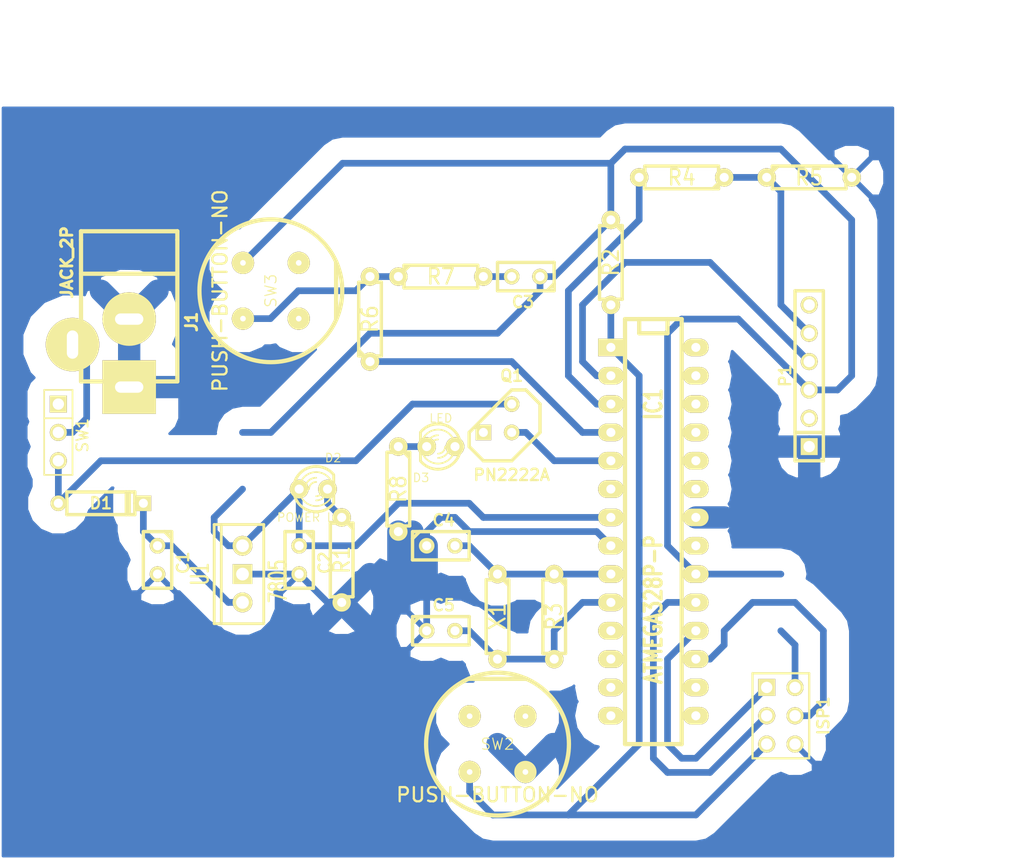
<source format=kicad_pcb>
(kicad_pcb (version 3) (host pcbnew "(2013-07-07 BZR 4022)-stable")

  (general
    (links 52)
    (no_connects 6)
    (area 205.639999 110.180001 294.448571 182.980001)
    (thickness 1.6)
    (drawings 12)
    (tracks 153)
    (zones 0)
    (modules 26)
    (nets 20)
  )

  (page A3)
  (layers
    (15 F.Cu signal)
    (0 B.Cu signal)
    (16 B.Adhes user)
    (17 F.Adhes user)
    (18 B.Paste user)
    (19 F.Paste user)
    (20 B.SilkS user)
    (21 F.SilkS user)
    (22 B.Mask user)
    (23 F.Mask user)
    (24 Dwgs.User user)
    (25 Cmts.User user)
    (26 Eco1.User user)
    (27 Eco2.User user)
    (28 Edge.Cuts user)
  )

  (setup
    (last_trace_width 0.6)
    (trace_clearance 0.254)
    (zone_clearance 2)
    (zone_45_only no)
    (trace_min 0.254)
    (segment_width 0.2)
    (edge_width 0.1)
    (via_size 0.889)
    (via_drill 0.635)
    (via_min_size 0.889)
    (via_min_drill 0.508)
    (uvia_size 0.508)
    (uvia_drill 0.127)
    (uvias_allowed no)
    (uvia_min_size 0.508)
    (uvia_min_drill 0.127)
    (pcb_text_width 0.3)
    (pcb_text_size 1.5 1.5)
    (mod_edge_width 0.15)
    (mod_text_size 1 1)
    (mod_text_width 0.15)
    (pad_size 1.397 1.397)
    (pad_drill 0.8128)
    (pad_to_mask_clearance 0)
    (aux_axis_origin 0 0)
    (visible_elements 7FFFF3FF)
    (pcbplotparams
      (layerselection 3178497)
      (usegerberextensions true)
      (excludeedgelayer true)
      (linewidth 0.150000)
      (plotframeref false)
      (viasonmask false)
      (mode 1)
      (useauxorigin false)
      (hpglpennumber 1)
      (hpglpenspeed 20)
      (hpglpendiameter 15)
      (hpglpenoverlay 2)
      (psnegative false)
      (psa4output false)
      (plotreference true)
      (plotvalue true)
      (plotothertext true)
      (plotinvisibletext false)
      (padsonsilk false)
      (subtractmaskfromsilk false)
      (outputformat 1)
      (mirror false)
      (drillshape 1)
      (scaleselection 1)
      (outputdirectory ../))
  )

  (net 0 "")
  (net 1 /5V)
  (net 2 /9V)
  (net 3 /BOTON)
  (net 4 /LUZ)
  (net 5 /RESET)
  (net 6 /RXD)
  (net 7 /TXD)
  (net 8 GND)
  (net 9 N-0000011)
  (net 10 N-0000012)
  (net 11 N-0000013)
  (net 12 N-0000017)
  (net 13 N-0000018)
  (net 14 N-0000019)
  (net 15 N-0000020)
  (net 16 N-000003)
  (net 17 N-0000037)
  (net 18 N-000004)
  (net 19 N-000006)

  (net_class Default "This is the default net class."
    (clearance 0.254)
    (trace_width 0.6)
    (via_dia 0.889)
    (via_drill 0.635)
    (uvia_dia 0.508)
    (uvia_drill 0.127)
    (add_net "")
    (add_net /5V)
    (add_net /9V)
    (add_net /BOTON)
    (add_net /LUZ)
    (add_net /RESET)
    (add_net /RXD)
    (add_net /TXD)
    (add_net N-0000011)
    (add_net N-0000012)
    (add_net N-0000013)
    (add_net N-0000017)
    (add_net N-0000018)
    (add_net N-0000019)
    (add_net N-0000020)
    (add_net N-000003)
    (add_net N-0000037)
    (add_net N-000004)
    (add_net N-000006)
  )

  (net_class kjkj ""
    (clearance 0.254)
    (trace_width 2)
    (via_dia 0.889)
    (via_drill 0.635)
    (uvia_dia 0.508)
    (uvia_drill 0.127)
    (add_net GND)
  )

  (module DIP-28__300_ELL (layer F.Cu) (tedit 200000) (tstamp 5512B961)
    (at 264.16 153.67 270)
    (descr "28 pins DIL package, elliptical pads, width 300mil")
    (tags DIL)
    (path /5510AB59)
    (fp_text reference IC1 (at -11.43 0 270) (layer F.SilkS)
      (effects (font (size 1.524 1.143) (thickness 0.3048)))
    )
    (fp_text value ATMEGA328P-P (at 6.985 0 270) (layer F.SilkS)
      (effects (font (size 1.524 1.143) (thickness 0.3048)))
    )
    (fp_line (start -19.05 -2.54) (end 19.05 -2.54) (layer F.SilkS) (width 0.381))
    (fp_line (start 19.05 -2.54) (end 19.05 2.54) (layer F.SilkS) (width 0.381))
    (fp_line (start 19.05 2.54) (end -19.05 2.54) (layer F.SilkS) (width 0.381))
    (fp_line (start -19.05 2.54) (end -19.05 -2.54) (layer F.SilkS) (width 0.381))
    (fp_line (start -19.05 -1.27) (end -17.78 -1.27) (layer F.SilkS) (width 0.381))
    (fp_line (start -17.78 -1.27) (end -17.78 1.27) (layer F.SilkS) (width 0.381))
    (fp_line (start -17.78 1.27) (end -19.05 1.27) (layer F.SilkS) (width 0.381))
    (pad 2 thru_hole oval (at -13.97 3.81 270) (size 1.5748 2.286) (drill 0.8128)
      (layers *.Cu *.Mask F.SilkS)
      (net 7 /TXD)
    )
    (pad 3 thru_hole oval (at -11.43 3.81 270) (size 1.5748 2.286) (drill 0.8128)
      (layers *.Cu *.Mask F.SilkS)
      (net 6 /RXD)
    )
    (pad 4 thru_hole oval (at -8.89 3.81 270) (size 1.5748 2.286) (drill 0.8128)
      (layers *.Cu *.Mask F.SilkS)
      (net 3 /BOTON)
    )
    (pad 5 thru_hole oval (at -6.35 3.81 270) (size 1.5748 2.286) (drill 0.8128)
      (layers *.Cu *.Mask F.SilkS)
      (net 4 /LUZ)
    )
    (pad 6 thru_hole oval (at -3.81 3.81 270) (size 1.5748 2.286) (drill 0.8128)
      (layers *.Cu *.Mask F.SilkS)
    )
    (pad 7 thru_hole oval (at -1.27 3.81 270) (size 1.5748 2.286) (drill 0.8128)
      (layers *.Cu *.Mask F.SilkS)
      (net 1 /5V)
    )
    (pad 8 thru_hole oval (at 1.27 3.81 270) (size 1.5748 2.286) (drill 0.8128)
      (layers *.Cu *.Mask F.SilkS)
      (net 8 GND)
    )
    (pad 9 thru_hole oval (at 3.81 3.81 270) (size 1.5748 2.286) (drill 0.8128)
      (layers *.Cu *.Mask F.SilkS)
      (net 13 N-0000018)
    )
    (pad 10 thru_hole oval (at 6.35 3.81 270) (size 1.5748 2.286) (drill 0.8128)
      (layers *.Cu *.Mask F.SilkS)
      (net 14 N-0000019)
    )
    (pad 11 thru_hole oval (at 8.89 3.81 270) (size 1.5748 2.286) (drill 0.8128)
      (layers *.Cu *.Mask F.SilkS)
    )
    (pad 12 thru_hole oval (at 11.43 3.81 270) (size 1.5748 2.286) (drill 0.8128)
      (layers *.Cu *.Mask F.SilkS)
    )
    (pad 13 thru_hole oval (at 13.97 3.81 270) (size 1.5748 2.286) (drill 0.8128)
      (layers *.Cu *.Mask F.SilkS)
    )
    (pad 14 thru_hole oval (at 16.51 3.81 270) (size 1.5748 2.286) (drill 0.8128)
      (layers *.Cu *.Mask F.SilkS)
    )
    (pad 1 thru_hole rect (at -16.51 3.81 270) (size 1.5748 2.286) (drill 0.8128)
      (layers *.Cu *.Mask F.SilkS)
      (net 5 /RESET)
    )
    (pad 15 thru_hole oval (at 16.51 -3.81 270) (size 1.5748 2.286) (drill 0.8128)
      (layers *.Cu *.Mask F.SilkS)
    )
    (pad 16 thru_hole oval (at 13.97 -3.81 270) (size 1.5748 2.286) (drill 0.8128)
      (layers *.Cu *.Mask F.SilkS)
    )
    (pad 17 thru_hole oval (at 11.43 -3.81 270) (size 1.5748 2.286) (drill 0.8128)
      (layers *.Cu *.Mask F.SilkS)
      (net 16 N-000003)
    )
    (pad 18 thru_hole oval (at 8.89 -3.81 270) (size 1.5748 2.286) (drill 0.8128)
      (layers *.Cu *.Mask F.SilkS)
      (net 18 N-000004)
    )
    (pad 19 thru_hole oval (at 6.35 -3.81 270) (size 1.5748 2.286) (drill 0.8128)
      (layers *.Cu *.Mask F.SilkS)
      (net 10 N-0000012)
    )
    (pad 20 thru_hole oval (at 3.81 -3.81 270) (size 1.5748 2.286) (drill 0.8128)
      (layers *.Cu *.Mask F.SilkS)
      (net 1 /5V)
    )
    (pad 21 thru_hole oval (at 1.27 -3.81 270) (size 1.5748 2.286) (drill 0.8128)
      (layers *.Cu *.Mask F.SilkS)
    )
    (pad 22 thru_hole oval (at -1.27 -3.81 270) (size 1.5748 2.286) (drill 0.8128)
      (layers *.Cu *.Mask F.SilkS)
      (net 8 GND)
    )
    (pad 23 thru_hole oval (at -3.81 -3.81 270) (size 1.5748 2.286) (drill 0.8128)
      (layers *.Cu *.Mask F.SilkS)
    )
    (pad 24 thru_hole oval (at -6.35 -3.81 270) (size 1.5748 2.286) (drill 0.8128)
      (layers *.Cu *.Mask F.SilkS)
    )
    (pad 25 thru_hole oval (at -8.89 -3.81 270) (size 1.5748 2.286) (drill 0.8128)
      (layers *.Cu *.Mask F.SilkS)
    )
    (pad 26 thru_hole oval (at -11.43 -3.81 270) (size 1.5748 2.286) (drill 0.8128)
      (layers *.Cu *.Mask F.SilkS)
    )
    (pad 27 thru_hole oval (at -13.97 -3.81 270) (size 1.5748 2.286) (drill 0.8128)
      (layers *.Cu *.Mask F.SilkS)
    )
    (pad 28 thru_hole oval (at -16.51 -3.81 270) (size 1.5748 2.286) (drill 0.8128)
      (layers *.Cu *.Mask F.SilkS)
    )
    (model dil/dil_28-w300.wrl
      (at (xyz 0 0 0))
      (scale (xyz 1 1 1))
      (rotate (xyz 0 0 0))
    )
  )

  (module TO92 (layer F.Cu) (tedit 5510FF6B) (tstamp 5512B831)
    (at 250.19 143.51 180)
    (descr "Transistor TO92 brochage type BC237")
    (tags "TR TO92")
    (path /5510AC23)
    (fp_text reference Q1 (at -1.27 3.81 180) (layer F.SilkS)
      (effects (font (size 1.016 1.016) (thickness 0.2032)))
    )
    (fp_text value PN2222A (at -1.27 -5.08 180) (layer F.SilkS)
      (effects (font (size 1.016 1.016) (thickness 0.2032)))
    )
    (fp_line (start -1.27 2.54) (end 2.54 -1.27) (layer F.SilkS) (width 0.3048))
    (fp_line (start 2.54 -1.27) (end 2.54 -2.54) (layer F.SilkS) (width 0.3048))
    (fp_line (start 2.54 -2.54) (end 1.27 -3.81) (layer F.SilkS) (width 0.3048))
    (fp_line (start 1.27 -3.81) (end -1.27 -3.81) (layer F.SilkS) (width 0.3048))
    (fp_line (start -1.27 -3.81) (end -3.81 -1.27) (layer F.SilkS) (width 0.3048))
    (fp_line (start -3.81 -1.27) (end -3.81 1.27) (layer F.SilkS) (width 0.3048))
    (fp_line (start -3.81 1.27) (end -2.54 2.54) (layer F.SilkS) (width 0.3048))
    (fp_line (start -2.54 2.54) (end -1.27 2.54) (layer F.SilkS) (width 0.3048))
    (pad 1 thru_hole rect (at 1.27 -1.27 180) (size 1.397 1.397) (drill 0.8128)
      (layers *.Cu *.Mask F.SilkS)
    )
    (pad 2 thru_hole circle (at -1.27 -1.27 180) (size 1.397 1.397) (drill 0.8128)
      (layers *.Cu *.Mask F.SilkS)
      (net 4 /LUZ)
    )
    (pad 3 thru_hole circle (at -1.27 1.27 180) (size 1.397 1.397) (drill 0.8128)
      (layers *.Cu *.Mask F.SilkS)
      (net 2 /9V)
    )
    (model discret/to98.wrl
      (at (xyz 0 0 0))
      (scale (xyz 1 1 1))
      (rotate (xyz 0 0 0))
    )
  )

  (module R3-LARGE_PADS (layer F.Cu) (tedit 47E26765) (tstamp 5512B83F)
    (at 236.22 156.21 270)
    (descr "Resitance 3 pas")
    (tags R)
    (path /5510B63B)
    (autoplace_cost180 10)
    (fp_text reference R1 (at 0 0 270) (layer F.SilkS)
      (effects (font (size 1.397 1.27) (thickness 0.2032)))
    )
    (fp_text value 1K (at 0 0 270) (layer F.SilkS) hide
      (effects (font (size 1.397 1.27) (thickness 0.2032)))
    )
    (fp_line (start -3.81 0) (end -3.302 0) (layer F.SilkS) (width 0.3048))
    (fp_line (start 3.81 0) (end 3.302 0) (layer F.SilkS) (width 0.3048))
    (fp_line (start 3.302 0) (end 3.302 -1.016) (layer F.SilkS) (width 0.3048))
    (fp_line (start 3.302 -1.016) (end -3.302 -1.016) (layer F.SilkS) (width 0.3048))
    (fp_line (start -3.302 -1.016) (end -3.302 1.016) (layer F.SilkS) (width 0.3048))
    (fp_line (start -3.302 1.016) (end 3.302 1.016) (layer F.SilkS) (width 0.3048))
    (fp_line (start 3.302 1.016) (end 3.302 0) (layer F.SilkS) (width 0.3048))
    (fp_line (start -3.302 -0.508) (end -2.794 -1.016) (layer F.SilkS) (width 0.3048))
    (pad 1 thru_hole circle (at -3.81 0 270) (size 1.651 1.651) (drill 0.8128)
      (layers *.Cu *.Mask F.SilkS)
      (net 11 N-0000013)
    )
    (pad 2 thru_hole circle (at 3.81 0 270) (size 1.651 1.651) (drill 0.8128)
      (layers *.Cu *.Mask F.SilkS)
      (net 8 GND)
    )
    (model discret/resistor.wrl
      (at (xyz 0 0 0))
      (scale (xyz 0.3 0.3 0.3))
      (rotate (xyz 0 0 0))
    )
  )

  (module R3-LARGE_PADS (layer F.Cu) (tedit 47E26765) (tstamp 5512B84D)
    (at 238.76 134.62 90)
    (descr "Resitance 3 pas")
    (tags R)
    (path /5510CE81)
    (autoplace_cost180 10)
    (fp_text reference R6 (at 0 0 90) (layer F.SilkS)
      (effects (font (size 1.397 1.27) (thickness 0.2032)))
    )
    (fp_text value 100 (at 0 0 90) (layer F.SilkS) hide
      (effects (font (size 1.397 1.27) (thickness 0.2032)))
    )
    (fp_line (start -3.81 0) (end -3.302 0) (layer F.SilkS) (width 0.3048))
    (fp_line (start 3.81 0) (end 3.302 0) (layer F.SilkS) (width 0.3048))
    (fp_line (start 3.302 0) (end 3.302 -1.016) (layer F.SilkS) (width 0.3048))
    (fp_line (start 3.302 -1.016) (end -3.302 -1.016) (layer F.SilkS) (width 0.3048))
    (fp_line (start -3.302 -1.016) (end -3.302 1.016) (layer F.SilkS) (width 0.3048))
    (fp_line (start -3.302 1.016) (end 3.302 1.016) (layer F.SilkS) (width 0.3048))
    (fp_line (start 3.302 1.016) (end 3.302 0) (layer F.SilkS) (width 0.3048))
    (fp_line (start -3.302 -0.508) (end -2.794 -1.016) (layer F.SilkS) (width 0.3048))
    (pad 1 thru_hole circle (at -3.81 0 90) (size 1.651 1.651) (drill 0.8128)
      (layers *.Cu *.Mask F.SilkS)
      (net 3 /BOTON)
    )
    (pad 2 thru_hole circle (at 3.81 0 90) (size 1.651 1.651) (drill 0.8128)
      (layers *.Cu *.Mask F.SilkS)
      (net 9 N-0000011)
    )
    (model discret/resistor.wrl
      (at (xyz 0 0 0))
      (scale (xyz 0.3 0.3 0.3))
      (rotate (xyz 0 0 0))
    )
  )

  (module R3-LARGE_PADS (layer F.Cu) (tedit 47E26765) (tstamp 5512B85B)
    (at 245.11 130.81)
    (descr "Resitance 3 pas")
    (tags R)
    (path /5510CD93)
    (autoplace_cost180 10)
    (fp_text reference R7 (at 0 0) (layer F.SilkS)
      (effects (font (size 1.397 1.27) (thickness 0.2032)))
    )
    (fp_text value 10K (at 0 0) (layer F.SilkS) hide
      (effects (font (size 1.397 1.27) (thickness 0.2032)))
    )
    (fp_line (start -3.81 0) (end -3.302 0) (layer F.SilkS) (width 0.3048))
    (fp_line (start 3.81 0) (end 3.302 0) (layer F.SilkS) (width 0.3048))
    (fp_line (start 3.302 0) (end 3.302 -1.016) (layer F.SilkS) (width 0.3048))
    (fp_line (start 3.302 -1.016) (end -3.302 -1.016) (layer F.SilkS) (width 0.3048))
    (fp_line (start -3.302 -1.016) (end -3.302 1.016) (layer F.SilkS) (width 0.3048))
    (fp_line (start -3.302 1.016) (end 3.302 1.016) (layer F.SilkS) (width 0.3048))
    (fp_line (start 3.302 1.016) (end 3.302 0) (layer F.SilkS) (width 0.3048))
    (fp_line (start -3.302 -0.508) (end -2.794 -1.016) (layer F.SilkS) (width 0.3048))
    (pad 1 thru_hole circle (at -3.81 0) (size 1.651 1.651) (drill 0.8128)
      (layers *.Cu *.Mask F.SilkS)
      (net 9 N-0000011)
    )
    (pad 2 thru_hole circle (at 3.81 0) (size 1.651 1.651) (drill 0.8128)
      (layers *.Cu *.Mask F.SilkS)
      (net 8 GND)
    )
    (model discret/resistor.wrl
      (at (xyz 0 0 0))
      (scale (xyz 0.3 0.3 0.3))
      (rotate (xyz 0 0 0))
    )
  )

  (module R3-LARGE_PADS (layer F.Cu) (tedit 47E26765) (tstamp 5510ECD5)
    (at 260.35 129.54 270)
    (descr "Resitance 3 pas")
    (tags R)
    (path /5510C804)
    (autoplace_cost180 10)
    (fp_text reference R2 (at 0 0 270) (layer F.SilkS)
      (effects (font (size 1.397 1.27) (thickness 0.2032)))
    )
    (fp_text value 10K (at 0 0 270) (layer F.SilkS) hide
      (effects (font (size 1.397 1.27) (thickness 0.2032)))
    )
    (fp_line (start -3.81 0) (end -3.302 0) (layer F.SilkS) (width 0.3048))
    (fp_line (start 3.81 0) (end 3.302 0) (layer F.SilkS) (width 0.3048))
    (fp_line (start 3.302 0) (end 3.302 -1.016) (layer F.SilkS) (width 0.3048))
    (fp_line (start 3.302 -1.016) (end -3.302 -1.016) (layer F.SilkS) (width 0.3048))
    (fp_line (start -3.302 -1.016) (end -3.302 1.016) (layer F.SilkS) (width 0.3048))
    (fp_line (start -3.302 1.016) (end 3.302 1.016) (layer F.SilkS) (width 0.3048))
    (fp_line (start 3.302 1.016) (end 3.302 0) (layer F.SilkS) (width 0.3048))
    (fp_line (start -3.302 -0.508) (end -2.794 -1.016) (layer F.SilkS) (width 0.3048))
    (pad 1 thru_hole circle (at -3.81 0 270) (size 1.651 1.651) (drill 0.8128)
      (layers *.Cu *.Mask F.SilkS)
      (net 1 /5V)
    )
    (pad 2 thru_hole circle (at 3.81 0 270) (size 1.651 1.651) (drill 0.8128)
      (layers *.Cu *.Mask F.SilkS)
      (net 5 /RESET)
    )
    (model discret/resistor.wrl
      (at (xyz 0 0 0))
      (scale (xyz 0.3 0.3 0.3))
      (rotate (xyz 0 0 0))
    )
  )

  (module R3-LARGE_PADS (layer F.Cu) (tedit 47E26765) (tstamp 5510EC0B)
    (at 241.3 149.86 270)
    (descr "Resitance 3 pas")
    (tags R)
    (path /5510C2D8)
    (autoplace_cost180 10)
    (fp_text reference R8 (at 0 0 270) (layer F.SilkS)
      (effects (font (size 1.397 1.27) (thickness 0.2032)))
    )
    (fp_text value 1K (at 0 0 270) (layer F.SilkS) hide
      (effects (font (size 1.397 1.27) (thickness 0.2032)))
    )
    (fp_line (start -3.81 0) (end -3.302 0) (layer F.SilkS) (width 0.3048))
    (fp_line (start 3.81 0) (end 3.302 0) (layer F.SilkS) (width 0.3048))
    (fp_line (start 3.302 0) (end 3.302 -1.016) (layer F.SilkS) (width 0.3048))
    (fp_line (start 3.302 -1.016) (end -3.302 -1.016) (layer F.SilkS) (width 0.3048))
    (fp_line (start -3.302 -1.016) (end -3.302 1.016) (layer F.SilkS) (width 0.3048))
    (fp_line (start -3.302 1.016) (end 3.302 1.016) (layer F.SilkS) (width 0.3048))
    (fp_line (start 3.302 1.016) (end 3.302 0) (layer F.SilkS) (width 0.3048))
    (fp_line (start -3.302 -0.508) (end -2.794 -1.016) (layer F.SilkS) (width 0.3048))
    (pad 1 thru_hole circle (at -3.81 0 270) (size 1.651 1.651) (drill 0.8128)
      (layers *.Cu *.Mask F.SilkS)
      (net 19 N-000006)
    )
    (pad 2 thru_hole circle (at 3.81 0 270) (size 1.651 1.651) (drill 0.8128)
      (layers *.Cu *.Mask F.SilkS)
      (net 8 GND)
    )
    (model discret/resistor.wrl
      (at (xyz 0 0 0))
      (scale (xyz 0.3 0.3 0.3))
      (rotate (xyz 0 0 0))
    )
  )

  (module R3-LARGE_PADS (layer F.Cu) (tedit 47E26765) (tstamp 5512B885)
    (at 255.27 161.29 270)
    (descr "Resitance 3 pas")
    (tags R)
    (path /5510C0B4)
    (autoplace_cost180 10)
    (fp_text reference R3 (at 0 0 270) (layer F.SilkS)
      (effects (font (size 1.397 1.27) (thickness 0.2032)))
    )
    (fp_text value 1M (at 0 0 270) (layer F.SilkS) hide
      (effects (font (size 1.397 1.27) (thickness 0.2032)))
    )
    (fp_line (start -3.81 0) (end -3.302 0) (layer F.SilkS) (width 0.3048))
    (fp_line (start 3.81 0) (end 3.302 0) (layer F.SilkS) (width 0.3048))
    (fp_line (start 3.302 0) (end 3.302 -1.016) (layer F.SilkS) (width 0.3048))
    (fp_line (start 3.302 -1.016) (end -3.302 -1.016) (layer F.SilkS) (width 0.3048))
    (fp_line (start -3.302 -1.016) (end -3.302 1.016) (layer F.SilkS) (width 0.3048))
    (fp_line (start -3.302 1.016) (end 3.302 1.016) (layer F.SilkS) (width 0.3048))
    (fp_line (start 3.302 1.016) (end 3.302 0) (layer F.SilkS) (width 0.3048))
    (fp_line (start -3.302 -0.508) (end -2.794 -1.016) (layer F.SilkS) (width 0.3048))
    (pad 1 thru_hole circle (at -3.81 0 270) (size 1.651 1.651) (drill 0.8128)
      (layers *.Cu *.Mask F.SilkS)
      (net 13 N-0000018)
    )
    (pad 2 thru_hole circle (at 3.81 0 270) (size 1.651 1.651) (drill 0.8128)
      (layers *.Cu *.Mask F.SilkS)
      (net 14 N-0000019)
    )
    (model discret/resistor.wrl
      (at (xyz 0 0 0))
      (scale (xyz 0.3 0.3 0.3))
      (rotate (xyz 0 0 0))
    )
  )

  (module R3-LARGE_PADS (layer F.Cu) (tedit 47E26765) (tstamp 5510ED6A)
    (at 278.13 121.92)
    (descr "Resitance 3 pas")
    (tags R)
    (path /5510BF69)
    (autoplace_cost180 10)
    (fp_text reference R5 (at 0 0) (layer F.SilkS)
      (effects (font (size 1.397 1.27) (thickness 0.2032)))
    )
    (fp_text value 20k (at 0 0) (layer F.SilkS) hide
      (effects (font (size 1.397 1.27) (thickness 0.2032)))
    )
    (fp_line (start -3.81 0) (end -3.302 0) (layer F.SilkS) (width 0.3048))
    (fp_line (start 3.81 0) (end 3.302 0) (layer F.SilkS) (width 0.3048))
    (fp_line (start 3.302 0) (end 3.302 -1.016) (layer F.SilkS) (width 0.3048))
    (fp_line (start 3.302 -1.016) (end -3.302 -1.016) (layer F.SilkS) (width 0.3048))
    (fp_line (start -3.302 -1.016) (end -3.302 1.016) (layer F.SilkS) (width 0.3048))
    (fp_line (start -3.302 1.016) (end 3.302 1.016) (layer F.SilkS) (width 0.3048))
    (fp_line (start 3.302 1.016) (end 3.302 0) (layer F.SilkS) (width 0.3048))
    (fp_line (start -3.302 -0.508) (end -2.794 -1.016) (layer F.SilkS) (width 0.3048))
    (pad 1 thru_hole circle (at -3.81 0) (size 1.651 1.651) (drill 0.8128)
      (layers *.Cu *.Mask F.SilkS)
      (net 17 N-0000037)
    )
    (pad 2 thru_hole circle (at 3.81 0) (size 1.651 1.651) (drill 0.8128)
      (layers *.Cu *.Mask F.SilkS)
      (net 8 GND)
    )
    (model discret/resistor.wrl
      (at (xyz 0 0 0))
      (scale (xyz 0.3 0.3 0.3))
      (rotate (xyz 0 0 0))
    )
  )

  (module R3-LARGE_PADS (layer F.Cu) (tedit 47E26765) (tstamp 5512B8A1)
    (at 266.7 121.92 180)
    (descr "Resitance 3 pas")
    (tags R)
    (path /5510BF5A)
    (autoplace_cost180 10)
    (fp_text reference R4 (at 0 0 180) (layer F.SilkS)
      (effects (font (size 1.397 1.27) (thickness 0.2032)))
    )
    (fp_text value 10k (at 0 0 180) (layer F.SilkS) hide
      (effects (font (size 1.397 1.27) (thickness 0.2032)))
    )
    (fp_line (start -3.81 0) (end -3.302 0) (layer F.SilkS) (width 0.3048))
    (fp_line (start 3.81 0) (end 3.302 0) (layer F.SilkS) (width 0.3048))
    (fp_line (start 3.302 0) (end 3.302 -1.016) (layer F.SilkS) (width 0.3048))
    (fp_line (start 3.302 -1.016) (end -3.302 -1.016) (layer F.SilkS) (width 0.3048))
    (fp_line (start -3.302 -1.016) (end -3.302 1.016) (layer F.SilkS) (width 0.3048))
    (fp_line (start -3.302 1.016) (end 3.302 1.016) (layer F.SilkS) (width 0.3048))
    (fp_line (start 3.302 1.016) (end 3.302 0) (layer F.SilkS) (width 0.3048))
    (fp_line (start -3.302 -0.508) (end -2.794 -1.016) (layer F.SilkS) (width 0.3048))
    (pad 1 thru_hole circle (at -3.81 0 180) (size 1.651 1.651) (drill 0.8128)
      (layers *.Cu *.Mask F.SilkS)
      (net 17 N-0000037)
    )
    (pad 2 thru_hole circle (at 3.81 0 180) (size 1.651 1.651) (drill 0.8128)
      (layers *.Cu *.Mask F.SilkS)
      (net 6 /RXD)
    )
    (model discret/resistor.wrl
      (at (xyz 0 0 0))
      (scale (xyz 0.3 0.3 0.3))
      (rotate (xyz 0 0 0))
    )
  )

  (module R3-LARGE_PADS (layer F.Cu) (tedit 47E26765) (tstamp 5512BE75)
    (at 250.19 161.29 270)
    (descr "Resitance 3 pas")
    (tags R)
    (path /5510B3A8)
    (autoplace_cost180 10)
    (fp_text reference X1 (at 0 0 270) (layer F.SilkS)
      (effects (font (size 1.397 1.27) (thickness 0.2032)))
    )
    (fp_text value 16MHz (at 0 0 270) (layer F.SilkS) hide
      (effects (font (size 1.397 1.27) (thickness 0.2032)))
    )
    (fp_line (start -3.81 0) (end -3.302 0) (layer F.SilkS) (width 0.3048))
    (fp_line (start 3.81 0) (end 3.302 0) (layer F.SilkS) (width 0.3048))
    (fp_line (start 3.302 0) (end 3.302 -1.016) (layer F.SilkS) (width 0.3048))
    (fp_line (start 3.302 -1.016) (end -3.302 -1.016) (layer F.SilkS) (width 0.3048))
    (fp_line (start -3.302 -1.016) (end -3.302 1.016) (layer F.SilkS) (width 0.3048))
    (fp_line (start -3.302 1.016) (end 3.302 1.016) (layer F.SilkS) (width 0.3048))
    (fp_line (start 3.302 1.016) (end 3.302 0) (layer F.SilkS) (width 0.3048))
    (fp_line (start -3.302 -0.508) (end -2.794 -1.016) (layer F.SilkS) (width 0.3048))
    (pad 1 thru_hole circle (at -3.81 0 270) (size 1.651 1.651) (drill 0.8128)
      (layers *.Cu *.Mask F.SilkS)
      (net 13 N-0000018)
    )
    (pad 2 thru_hole circle (at 3.81 0 270) (size 1.651 1.651) (drill 0.8128)
      (layers *.Cu *.Mask F.SilkS)
      (net 14 N-0000019)
    )
    (model discret/resistor.wrl
      (at (xyz 0 0 0))
      (scale (xyz 0.3 0.3 0.3))
      (rotate (xyz 0 0 0))
    )
  )

  (module PUSH_BUTT_SHAPE1 (layer F.Cu) (tedit 440C0DAE) (tstamp 5510EF26)
    (at 250.19 172.72 180)
    (path /5510B3DA)
    (fp_text reference SW2 (at 0 0 180) (layer F.SilkS)
      (effects (font (size 1.00076 1.00076) (thickness 0.09906)))
    )
    (fp_text value PUSH-BUTTON-NO (at 0 -4.54914 180) (layer F.SilkS)
      (effects (font (size 1.27 1.27) (thickness 0.2032)))
    )
    (fp_circle (center 0 0) (end 2.60096 5.84962) (layer F.SilkS) (width 0.381))
    (fp_line (start 2.60096 5.84962) (end -2.60096 5.84962) (layer F.SilkS) (width 0.381))
    (pad 1 thru_hole circle (at -2.49936 -2.49936 180) (size 1.99898 1.99898) (drill 0.508)
      (layers *.Cu *.Mask F.SilkS)
      (net 8 GND)
    )
    (pad 2 thru_hole circle (at 2.49936 -2.49936 180) (size 1.99898 1.99898) (drill 0.508)
      (layers *.Cu *.Mask F.SilkS)
      (net 5 /RESET)
    )
    (pad 4 thru_hole circle (at 2.49936 2.49936 180) (size 1.99898 1.99898) (drill 0.508)
      (layers *.Cu *.Mask F.SilkS)
    )
    (pad 3 thru_hole circle (at -2.49936 2.49936 180) (size 1.99898 1.99898) (drill 0.508)
      (layers *.Cu *.Mask F.SilkS)
    )
    (model discret/push_butt_shape1_blue.wrl
      (at (xyz 0 0 0))
      (scale (xyz 1 1 1))
      (rotate (xyz 0 0 0))
    )
  )

  (module PUSH_BUTT_SHAPE1 (layer F.Cu) (tedit 440C0DAE) (tstamp 5512B8C3)
    (at 229.87 132.08 90)
    (path /5510CD10)
    (fp_text reference SW3 (at 0 0 90) (layer F.SilkS)
      (effects (font (size 1.00076 1.00076) (thickness 0.09906)))
    )
    (fp_text value PUSH-BUTTON-NO (at 0 -4.54914 90) (layer F.SilkS)
      (effects (font (size 1.27 1.27) (thickness 0.2032)))
    )
    (fp_circle (center 0 0) (end 2.60096 5.84962) (layer F.SilkS) (width 0.381))
    (fp_line (start 2.60096 5.84962) (end -2.60096 5.84962) (layer F.SilkS) (width 0.381))
    (pad 1 thru_hole circle (at -2.49936 -2.49936 90) (size 1.99898 1.99898) (drill 0.508)
      (layers *.Cu *.Mask F.SilkS)
      (net 9 N-0000011)
    )
    (pad 2 thru_hole circle (at 2.49936 -2.49936 90) (size 1.99898 1.99898) (drill 0.508)
      (layers *.Cu *.Mask F.SilkS)
      (net 1 /5V)
    )
    (pad 4 thru_hole circle (at 2.49936 2.49936 90) (size 1.99898 1.99898) (drill 0.508)
      (layers *.Cu *.Mask F.SilkS)
    )
    (pad 3 thru_hole circle (at -2.49936 2.49936 90) (size 1.99898 1.99898) (drill 0.508)
      (layers *.Cu *.Mask F.SilkS)
    )
    (model discret/push_butt_shape1_blue.wrl
      (at (xyz 0 0 0))
      (scale (xyz 1 1 1))
      (rotate (xyz 0 0 0))
    )
  )

  (module pin_array_3x2 (layer F.Cu) (tedit 42931587) (tstamp 5512B8D1)
    (at 275.59 170.18 270)
    (descr "Double rangee de contacts 2 x 4 pins")
    (tags CONN)
    (path /5510C669)
    (fp_text reference ISP1 (at 0 -3.81 270) (layer F.SilkS)
      (effects (font (size 1.016 1.016) (thickness 0.2032)))
    )
    (fp_text value AVR_PRG_6PIN (at 0 3.81 270) (layer F.SilkS) hide
      (effects (font (size 1.016 1.016) (thickness 0.2032)))
    )
    (fp_line (start 3.81 2.54) (end -3.81 2.54) (layer F.SilkS) (width 0.2032))
    (fp_line (start -3.81 -2.54) (end 3.81 -2.54) (layer F.SilkS) (width 0.2032))
    (fp_line (start 3.81 -2.54) (end 3.81 2.54) (layer F.SilkS) (width 0.2032))
    (fp_line (start -3.81 2.54) (end -3.81 -2.54) (layer F.SilkS) (width 0.2032))
    (pad 1 thru_hole rect (at -2.54 1.27 270) (size 1.524 1.524) (drill 1.016)
      (layers *.Cu *.Mask F.SilkS)
      (net 18 N-000004)
    )
    (pad 2 thru_hole circle (at -2.54 -1.27 270) (size 1.524 1.524) (drill 1.016)
      (layers *.Cu *.Mask F.SilkS)
      (net 1 /5V)
    )
    (pad 3 thru_hole circle (at 0 1.27 270) (size 1.524 1.524) (drill 1.016)
      (layers *.Cu *.Mask F.SilkS)
      (net 10 N-0000012)
    )
    (pad 4 thru_hole circle (at 0 -1.27 270) (size 1.524 1.524) (drill 1.016)
      (layers *.Cu *.Mask F.SilkS)
      (net 16 N-000003)
    )
    (pad 5 thru_hole circle (at 2.54 1.27 270) (size 1.524 1.524) (drill 1.016)
      (layers *.Cu *.Mask F.SilkS)
      (net 5 /RESET)
    )
    (pad 6 thru_hole circle (at 2.54 -1.27 270) (size 1.524 1.524) (drill 1.016)
      (layers *.Cu *.Mask F.SilkS)
      (net 8 GND)
    )
    (model pin_array/pins_array_3x2.wrl
      (at (xyz 0 0 0))
      (scale (xyz 1 1 1))
      (rotate (xyz 0 0 0))
    )
  )

  (module PIN_ARRAY_3X1 (layer F.Cu) (tedit 4C1130E0) (tstamp 5512B8DD)
    (at 210.82 144.78 270)
    (descr "Connecteur 3 pins")
    (tags "CONN DEV")
    (path /5510ACC5)
    (fp_text reference SW1 (at 0.254 -2.159 270) (layer F.SilkS)
      (effects (font (size 1.016 1.016) (thickness 0.1524)))
    )
    (fp_text value SWITCH_INV (at 0 -2.159 270) (layer F.SilkS) hide
      (effects (font (size 1.016 1.016) (thickness 0.1524)))
    )
    (fp_line (start -3.81 1.27) (end -3.81 -1.27) (layer F.SilkS) (width 0.1524))
    (fp_line (start -3.81 -1.27) (end 3.81 -1.27) (layer F.SilkS) (width 0.1524))
    (fp_line (start 3.81 -1.27) (end 3.81 1.27) (layer F.SilkS) (width 0.1524))
    (fp_line (start 3.81 1.27) (end -3.81 1.27) (layer F.SilkS) (width 0.1524))
    (fp_line (start -1.27 -1.27) (end -1.27 1.27) (layer F.SilkS) (width 0.1524))
    (pad 1 thru_hole rect (at -2.54 0 270) (size 1.524 1.524) (drill 1.016)
      (layers *.Cu *.Mask F.SilkS)
    )
    (pad 2 thru_hole circle (at 0 0 270) (size 1.524 1.524) (drill 1.016)
      (layers *.Cu *.Mask F.SilkS)
      (net 12 N-0000017)
    )
    (pad 3 thru_hole circle (at 2.54 0 270) (size 1.524 1.524) (drill 1.016)
      (layers *.Cu *.Mask F.SilkS)
      (net 2 /9V)
    )
    (model pin_array/pins_array_3x1.wrl
      (at (xyz 0 0 0))
      (scale (xyz 1 1 1))
      (rotate (xyz 0 0 0))
    )
  )

  (module PIN_ARRAY-6X1 (layer F.Cu) (tedit 41402119) (tstamp 5512B8EC)
    (at 278.13 139.7 90)
    (descr "Connecteur 6 pins")
    (tags "CONN DEV")
    (path /5510B9A6)
    (fp_text reference P1 (at 0 -2.159 90) (layer F.SilkS)
      (effects (font (size 1.016 1.016) (thickness 0.2032)))
    )
    (fp_text value CONN_6 (at 0 2.159 90) (layer F.SilkS) hide
      (effects (font (size 1.016 0.889) (thickness 0.2032)))
    )
    (fp_line (start -7.62 1.27) (end -7.62 -1.27) (layer F.SilkS) (width 0.3048))
    (fp_line (start -7.62 -1.27) (end 7.62 -1.27) (layer F.SilkS) (width 0.3048))
    (fp_line (start 7.62 -1.27) (end 7.62 1.27) (layer F.SilkS) (width 0.3048))
    (fp_line (start 7.62 1.27) (end -7.62 1.27) (layer F.SilkS) (width 0.3048))
    (fp_line (start -5.08 1.27) (end -5.08 -1.27) (layer F.SilkS) (width 0.3048))
    (pad 1 thru_hole rect (at -6.35 0 90) (size 1.524 1.524) (drill 1.016)
      (layers *.Cu *.Mask F.SilkS)
      (net 8 GND)
    )
    (pad 2 thru_hole circle (at -3.81 0 90) (size 1.524 1.524) (drill 1.016)
      (layers *.Cu *.Mask F.SilkS)
    )
    (pad 3 thru_hole circle (at -1.27 0 90) (size 1.524 1.524) (drill 1.016)
      (layers *.Cu *.Mask F.SilkS)
      (net 1 /5V)
    )
    (pad 4 thru_hole circle (at 1.27 0 90) (size 1.524 1.524) (drill 1.016)
      (layers *.Cu *.Mask F.SilkS)
      (net 7 /TXD)
    )
    (pad 5 thru_hole circle (at 3.81 0 90) (size 1.524 1.524) (drill 1.016)
      (layers *.Cu *.Mask F.SilkS)
      (net 17 N-0000037)
    )
    (pad 6 thru_hole circle (at 6.35 0 90) (size 1.524 1.524) (drill 1.016)
      (layers *.Cu *.Mask F.SilkS)
    )
    (model pin_array/pins_array_6x1.wrl
      (at (xyz 0 0 0))
      (scale (xyz 1 1 1))
      (rotate (xyz 0 0 0))
    )
  )

  (module LM78XXV (layer F.Cu) (tedit 4C5EE157) (tstamp 5512B8FA)
    (at 227.33 157.48 180)
    (descr "Regulateur TO220 serie LM78xx")
    (tags "TR TO220")
    (path /5510A983)
    (fp_text reference U1 (at 3.81 0 270) (layer F.SilkS)
      (effects (font (size 1.524 1.016) (thickness 0.2032)))
    )
    (fp_text value 7805 (at -3.175 -0.635 270) (layer F.SilkS)
      (effects (font (size 1.524 1.016) (thickness 0.2032)))
    )
    (fp_line (start 1.905 -4.445) (end 2.54 -4.445) (layer F.SilkS) (width 0.254))
    (fp_line (start 2.54 -4.445) (end 2.54 4.445) (layer F.SilkS) (width 0.254))
    (fp_line (start 2.54 4.445) (end 1.905 4.445) (layer F.SilkS) (width 0.254))
    (fp_line (start -1.905 -4.445) (end 1.905 -4.445) (layer F.SilkS) (width 0.254))
    (fp_line (start 1.905 -4.445) (end 1.905 4.445) (layer F.SilkS) (width 0.254))
    (fp_line (start 1.905 4.445) (end -1.905 4.445) (layer F.SilkS) (width 0.254))
    (fp_line (start -1.905 4.445) (end -1.905 -4.445) (layer F.SilkS) (width 0.254))
    (pad VI thru_hole circle (at 0 -2.54 180) (size 1.778 1.778) (drill 1.143)
      (layers *.Cu *.Mask F.SilkS)
      (net 15 N-0000020)
    )
    (pad GND thru_hole rect (at 0 0 180) (size 1.778 1.778) (drill 1.143)
      (layers *.Cu *.Mask F.SilkS)
      (net 8 GND)
    )
    (pad VO thru_hole circle (at 0 2.54 180) (size 1.778 1.778) (drill 1.143)
      (layers *.Cu *.Mask F.SilkS)
      (net 1 /5V)
    )
  )

  (module LED-3MM (layer F.Cu) (tedit 50ADE848) (tstamp 5512B913)
    (at 233.68 149.86)
    (descr "LED 3mm - Lead pitch 100mil (2,54mm)")
    (tags "LED led 3mm 3MM 100mil 2,54mm")
    (path /5510B62C)
    (fp_text reference D2 (at 1.778 -2.794) (layer F.SilkS)
      (effects (font (size 0.762 0.762) (thickness 0.0889)))
    )
    (fp_text value "POWER LED" (at 0 2.54) (layer F.SilkS)
      (effects (font (size 0.762 0.762) (thickness 0.0889)))
    )
    (fp_line (start 1.8288 1.27) (end 1.8288 -1.27) (layer F.SilkS) (width 0.254))
    (fp_arc (start 0.254 0) (end -1.27 0) (angle 39.8) (layer F.SilkS) (width 0.1524))
    (fp_arc (start 0.254 0) (end -0.88392 1.01092) (angle 41.6) (layer F.SilkS) (width 0.1524))
    (fp_arc (start 0.254 0) (end 1.4097 -0.9906) (angle 40.6) (layer F.SilkS) (width 0.1524))
    (fp_arc (start 0.254 0) (end 1.778 0) (angle 39.8) (layer F.SilkS) (width 0.1524))
    (fp_arc (start 0.254 0) (end 0.254 -1.524) (angle 54.4) (layer F.SilkS) (width 0.1524))
    (fp_arc (start 0.254 0) (end -0.9652 -0.9144) (angle 53.1) (layer F.SilkS) (width 0.1524))
    (fp_arc (start 0.254 0) (end 1.45542 0.93472) (angle 52.1) (layer F.SilkS) (width 0.1524))
    (fp_arc (start 0.254 0) (end 0.254 1.524) (angle 52.1) (layer F.SilkS) (width 0.1524))
    (fp_arc (start 0.254 0) (end -0.381 0) (angle 90) (layer F.SilkS) (width 0.1524))
    (fp_arc (start 0.254 0) (end -0.762 0) (angle 90) (layer F.SilkS) (width 0.1524))
    (fp_arc (start 0.254 0) (end 0.889 0) (angle 90) (layer F.SilkS) (width 0.1524))
    (fp_arc (start 0.254 0) (end 1.27 0) (angle 90) (layer F.SilkS) (width 0.1524))
    (fp_arc (start 0.254 0) (end 0.254 -2.032) (angle 50.1) (layer F.SilkS) (width 0.254))
    (fp_arc (start 0.254 0) (end -1.5367 -0.95504) (angle 61.9) (layer F.SilkS) (width 0.254))
    (fp_arc (start 0.254 0) (end 1.8034 1.31064) (angle 49.7) (layer F.SilkS) (width 0.254))
    (fp_arc (start 0.254 0) (end 0.254 2.032) (angle 60.2) (layer F.SilkS) (width 0.254))
    (fp_arc (start 0.254 0) (end -1.778 0) (angle 28.3) (layer F.SilkS) (width 0.254))
    (fp_arc (start 0.254 0) (end -1.47574 1.06426) (angle 31.6) (layer F.SilkS) (width 0.254))
    (pad 1 thru_hole circle (at -1.27 0) (size 1.6764 1.6764) (drill 0.8128)
      (layers *.Cu *.Mask F.SilkS)
      (net 1 /5V)
    )
    (pad 2 thru_hole circle (at 1.27 0) (size 1.6764 1.6764) (drill 0.8128)
      (layers *.Cu *.Mask F.SilkS)
      (net 11 N-0000013)
    )
    (model discret/leds/led3_vertical_verde.wrl
      (at (xyz 0 0 0))
      (scale (xyz 1 1 1))
      (rotate (xyz 0 0 0))
    )
  )

  (module LED-3MM (layer F.Cu) (tedit 5510FEED) (tstamp 5512BE57)
    (at 245.11 146.05 180)
    (descr "LED 3mm - Lead pitch 100mil (2,54mm)")
    (tags "LED led 3mm 3MM 100mil 2,54mm")
    (path /5510C2BA)
    (fp_text reference D3 (at 1.778 -2.794 180) (layer F.SilkS)
      (effects (font (size 0.762 0.762) (thickness 0.0889)))
    )
    (fp_text value LED (at 0 2.54 180) (layer F.SilkS)
      (effects (font (size 0.762 0.762) (thickness 0.0889)))
    )
    (fp_line (start 1.8288 1.27) (end 1.8288 -1.27) (layer F.SilkS) (width 0.254))
    (fp_arc (start 0.254 0) (end -1.27 0) (angle 39.8) (layer F.SilkS) (width 0.1524))
    (fp_arc (start 0.254 0) (end -0.88392 1.01092) (angle 41.6) (layer F.SilkS) (width 0.1524))
    (fp_arc (start 0.254 0) (end 1.4097 -0.9906) (angle 40.6) (layer F.SilkS) (width 0.1524))
    (fp_arc (start 0.254 0) (end 1.778 0) (angle 39.8) (layer F.SilkS) (width 0.1524))
    (fp_arc (start 0.254 0) (end 0.254 -1.524) (angle 54.4) (layer F.SilkS) (width 0.1524))
    (fp_arc (start 0.254 0) (end -0.9652 -0.9144) (angle 53.1) (layer F.SilkS) (width 0.1524))
    (fp_arc (start 0.254 0) (end 1.45542 0.93472) (angle 52.1) (layer F.SilkS) (width 0.1524))
    (fp_arc (start 0.254 0) (end 0.254 1.524) (angle 52.1) (layer F.SilkS) (width 0.1524))
    (fp_arc (start 0.254 0) (end -0.381 0) (angle 90) (layer F.SilkS) (width 0.1524))
    (fp_arc (start 0.254 0) (end -0.762 0) (angle 90) (layer F.SilkS) (width 0.1524))
    (fp_arc (start 0.254 0) (end 0.889 0) (angle 90) (layer F.SilkS) (width 0.1524))
    (fp_arc (start 0.254 0) (end 1.27 0) (angle 90) (layer F.SilkS) (width 0.1524))
    (fp_arc (start 0.254 0) (end 0.254 -2.032) (angle 50.1) (layer F.SilkS) (width 0.254))
    (fp_arc (start 0.254 0) (end -1.5367 -0.95504) (angle 61.9) (layer F.SilkS) (width 0.254))
    (fp_arc (start 0.254 0) (end 1.8034 1.31064) (angle 49.7) (layer F.SilkS) (width 0.254))
    (fp_arc (start 0.254 0) (end 0.254 2.032) (angle 60.2) (layer F.SilkS) (width 0.254))
    (fp_arc (start 0.254 0) (end -1.778 0) (angle 28.3) (layer F.SilkS) (width 0.254))
    (fp_arc (start 0.254 0) (end -1.47574 1.06426) (angle 31.6) (layer F.SilkS) (width 0.254))
    (pad 1 thru_hole circle (at -1.27 0 180) (size 1.6764 1.6764) (drill 0.8128)
      (layers *.Cu *.Mask F.SilkS)
    )
    (pad 2 thru_hole circle (at 1.27 0 180) (size 1.6764 1.6764) (drill 0.8128)
      (layers *.Cu *.Mask F.SilkS)
      (net 19 N-000006)
    )
    (model discret/leds/led3_vertical_verde.wrl
      (at (xyz 0 0 0))
      (scale (xyz 1 1 1))
      (rotate (xyz 0 0 0))
    )
  )

  (module JACK_ALIM (layer F.Cu) (tedit 4AF1CB36) (tstamp 5512B93A)
    (at 217.17 134.62 270)
    (descr "module 1 pin (ou trou mecanique de percage)")
    (tags "CONN JACK")
    (path /5510A8FA)
    (fp_text reference J1 (at 0.254 -5.588 270) (layer F.SilkS)
      (effects (font (size 1.016 1.016) (thickness 0.254)))
    )
    (fp_text value JACK_2P (at -5.08 5.588 270) (layer F.SilkS)
      (effects (font (size 1.016 1.016) (thickness 0.254)))
    )
    (fp_line (start -7.112 -4.318) (end -7.874 -4.318) (layer F.SilkS) (width 0.381))
    (fp_line (start -7.874 -4.318) (end -7.874 4.318) (layer F.SilkS) (width 0.381))
    (fp_line (start -7.874 4.318) (end -7.112 4.318) (layer F.SilkS) (width 0.381))
    (fp_line (start -4.064 -4.318) (end -4.064 4.318) (layer F.SilkS) (width 0.381))
    (fp_line (start 5.588 -4.318) (end 5.588 4.318) (layer F.SilkS) (width 0.381))
    (fp_line (start -7.112 4.318) (end 5.588 4.318) (layer F.SilkS) (width 0.381))
    (fp_line (start -7.112 -4.318) (end 5.588 -4.318) (layer F.SilkS) (width 0.381))
    (pad 2 thru_hole circle (at 0 0 270) (size 4.8006 4.8006) (drill oval 1.016 2.54)
      (layers *.Cu *.Mask F.SilkS)
      (net 8 GND)
    )
    (pad 1 thru_hole rect (at 6.096 0 270) (size 4.8006 4.8006) (drill oval 1.016 2.54)
      (layers *.Cu *.Mask F.SilkS)
      (net 8 GND)
    )
    (pad 3 thru_hole circle (at 2.286 5.08 270) (size 4.8006 4.8006) (drill oval 2.54 1.016)
      (layers *.Cu *.Mask F.SilkS)
      (net 12 N-0000017)
    )
    (model connectors/POWER_21.wrl
      (at (xyz 0 0 0))
      (scale (xyz 0.8 0.8 0.8))
      (rotate (xyz 0 0 0))
    )
  )

  (module D3 (layer F.Cu) (tedit 200000) (tstamp 5512B971)
    (at 214.63 151.13)
    (descr "Diode 3 pas")
    (tags "DIODE DEV")
    (path /5510B567)
    (fp_text reference D1 (at 0 0) (layer F.SilkS)
      (effects (font (size 1.016 1.016) (thickness 0.2032)))
    )
    (fp_text value DIODE (at 0 0) (layer F.SilkS) hide
      (effects (font (size 1.016 1.016) (thickness 0.2032)))
    )
    (fp_line (start 3.81 0) (end 3.048 0) (layer F.SilkS) (width 0.3048))
    (fp_line (start 3.048 0) (end 3.048 -1.016) (layer F.SilkS) (width 0.3048))
    (fp_line (start 3.048 -1.016) (end -3.048 -1.016) (layer F.SilkS) (width 0.3048))
    (fp_line (start -3.048 -1.016) (end -3.048 0) (layer F.SilkS) (width 0.3048))
    (fp_line (start -3.048 0) (end -3.81 0) (layer F.SilkS) (width 0.3048))
    (fp_line (start -3.048 0) (end -3.048 1.016) (layer F.SilkS) (width 0.3048))
    (fp_line (start -3.048 1.016) (end 3.048 1.016) (layer F.SilkS) (width 0.3048))
    (fp_line (start 3.048 1.016) (end 3.048 0) (layer F.SilkS) (width 0.3048))
    (fp_line (start 2.54 -1.016) (end 2.54 1.016) (layer F.SilkS) (width 0.3048))
    (fp_line (start 2.286 1.016) (end 2.286 -1.016) (layer F.SilkS) (width 0.3048))
    (pad 2 thru_hole rect (at 3.81 0) (size 1.397 1.397) (drill 0.8128)
      (layers *.Cu *.Mask F.SilkS)
      (net 15 N-0000020)
    )
    (pad 1 thru_hole circle (at -3.81 0) (size 1.397 1.397) (drill 0.8128)
      (layers *.Cu *.Mask F.SilkS)
      (net 2 /9V)
    )
    (model discret/diode.wrl
      (at (xyz 0 0 0))
      (scale (xyz 0.3 0.3 0.3))
      (rotate (xyz 0 0 0))
    )
  )

  (module C1 (layer F.Cu) (tedit 3F92C496) (tstamp 5512B97C)
    (at 252.73 130.81 180)
    (descr "Condensateur e = 1 pas")
    (tags C)
    (path /5510C1EC)
    (fp_text reference C3 (at 0.254 -2.286 180) (layer F.SilkS)
      (effects (font (size 1.016 1.016) (thickness 0.2032)))
    )
    (fp_text value 0.1u (at 0 -2.286 180) (layer F.SilkS) hide
      (effects (font (size 1.016 1.016) (thickness 0.2032)))
    )
    (fp_line (start -2.4892 -1.27) (end 2.54 -1.27) (layer F.SilkS) (width 0.3048))
    (fp_line (start 2.54 -1.27) (end 2.54 1.27) (layer F.SilkS) (width 0.3048))
    (fp_line (start 2.54 1.27) (end -2.54 1.27) (layer F.SilkS) (width 0.3048))
    (fp_line (start -2.54 1.27) (end -2.54 -1.27) (layer F.SilkS) (width 0.3048))
    (fp_line (start -2.54 -0.635) (end -1.905 -1.27) (layer F.SilkS) (width 0.3048))
    (pad 1 thru_hole circle (at -1.27 0 180) (size 1.397 1.397) (drill 0.8128)
      (layers *.Cu *.Mask F.SilkS)
      (net 1 /5V)
    )
    (pad 2 thru_hole circle (at 1.27 0 180) (size 1.397 1.397) (drill 0.8128)
      (layers *.Cu *.Mask F.SilkS)
      (net 8 GND)
    )
    (model discret/capa_1_pas.wrl
      (at (xyz 0 0 0))
      (scale (xyz 1 1 1))
      (rotate (xyz 0 0 0))
    )
  )

  (module C1 (layer F.Cu) (tedit 3F92C496) (tstamp 5512B987)
    (at 245.11 162.56)
    (descr "Condensateur e = 1 pas")
    (tags C)
    (path /5510B3BC)
    (fp_text reference C5 (at 0.254 -2.286) (layer F.SilkS)
      (effects (font (size 1.016 1.016) (thickness 0.2032)))
    )
    (fp_text value 22p (at 0 -2.286) (layer F.SilkS) hide
      (effects (font (size 1.016 1.016) (thickness 0.2032)))
    )
    (fp_line (start -2.4892 -1.27) (end 2.54 -1.27) (layer F.SilkS) (width 0.3048))
    (fp_line (start 2.54 -1.27) (end 2.54 1.27) (layer F.SilkS) (width 0.3048))
    (fp_line (start 2.54 1.27) (end -2.54 1.27) (layer F.SilkS) (width 0.3048))
    (fp_line (start -2.54 1.27) (end -2.54 -1.27) (layer F.SilkS) (width 0.3048))
    (fp_line (start -2.54 -0.635) (end -1.905 -1.27) (layer F.SilkS) (width 0.3048))
    (pad 1 thru_hole circle (at -1.27 0) (size 1.397 1.397) (drill 0.8128)
      (layers *.Cu *.Mask F.SilkS)
      (net 8 GND)
    )
    (pad 2 thru_hole circle (at 1.27 0) (size 1.397 1.397) (drill 0.8128)
      (layers *.Cu *.Mask F.SilkS)
      (net 14 N-0000019)
    )
    (model discret/capa_1_pas.wrl
      (at (xyz 0 0 0))
      (scale (xyz 1 1 1))
      (rotate (xyz 0 0 0))
    )
  )

  (module C1 (layer F.Cu) (tedit 3F92C496) (tstamp 5512B992)
    (at 245.11 154.94)
    (descr "Condensateur e = 1 pas")
    (tags C)
    (path /5510B3CB)
    (fp_text reference C4 (at 0.254 -2.286) (layer F.SilkS)
      (effects (font (size 1.016 1.016) (thickness 0.2032)))
    )
    (fp_text value 22p (at 0 -2.286) (layer F.SilkS) hide
      (effects (font (size 1.016 1.016) (thickness 0.2032)))
    )
    (fp_line (start -2.4892 -1.27) (end 2.54 -1.27) (layer F.SilkS) (width 0.3048))
    (fp_line (start 2.54 -1.27) (end 2.54 1.27) (layer F.SilkS) (width 0.3048))
    (fp_line (start 2.54 1.27) (end -2.54 1.27) (layer F.SilkS) (width 0.3048))
    (fp_line (start -2.54 1.27) (end -2.54 -1.27) (layer F.SilkS) (width 0.3048))
    (fp_line (start -2.54 -0.635) (end -1.905 -1.27) (layer F.SilkS) (width 0.3048))
    (pad 1 thru_hole circle (at -1.27 0) (size 1.397 1.397) (drill 0.8128)
      (layers *.Cu *.Mask F.SilkS)
      (net 8 GND)
    )
    (pad 2 thru_hole circle (at 1.27 0) (size 1.397 1.397) (drill 0.8128)
      (layers *.Cu *.Mask F.SilkS)
      (net 13 N-0000018)
    )
    (model discret/capa_1_pas.wrl
      (at (xyz 0 0 0))
      (scale (xyz 1 1 1))
      (rotate (xyz 0 0 0))
    )
  )

  (module C1 (layer F.Cu) (tedit 3F92C496) (tstamp 5512B99D)
    (at 232.41 156.21 270)
    (descr "Condensateur e = 1 pas")
    (tags C)
    (path /5510B5C1)
    (fp_text reference C2 (at 0.254 -2.286 270) (layer F.SilkS)
      (effects (font (size 1.016 1.016) (thickness 0.2032)))
    )
    (fp_text value 100n (at 0 -2.286 270) (layer F.SilkS) hide
      (effects (font (size 1.016 1.016) (thickness 0.2032)))
    )
    (fp_line (start -2.4892 -1.27) (end 2.54 -1.27) (layer F.SilkS) (width 0.3048))
    (fp_line (start 2.54 -1.27) (end 2.54 1.27) (layer F.SilkS) (width 0.3048))
    (fp_line (start 2.54 1.27) (end -2.54 1.27) (layer F.SilkS) (width 0.3048))
    (fp_line (start -2.54 1.27) (end -2.54 -1.27) (layer F.SilkS) (width 0.3048))
    (fp_line (start -2.54 -0.635) (end -1.905 -1.27) (layer F.SilkS) (width 0.3048))
    (pad 1 thru_hole circle (at -1.27 0 270) (size 1.397 1.397) (drill 0.8128)
      (layers *.Cu *.Mask F.SilkS)
      (net 1 /5V)
    )
    (pad 2 thru_hole circle (at 1.27 0 270) (size 1.397 1.397) (drill 0.8128)
      (layers *.Cu *.Mask F.SilkS)
      (net 8 GND)
    )
    (model discret/capa_1_pas.wrl
      (at (xyz 0 0 0))
      (scale (xyz 1 1 1))
      (rotate (xyz 0 0 0))
    )
  )

  (module C1 (layer F.Cu) (tedit 3F92C496) (tstamp 5511A6D7)
    (at 219.71 156.21 270)
    (descr "Condensateur e = 1 pas")
    (tags C)
    (path /5510B5A8)
    (fp_text reference C1 (at 0.254 -2.286 270) (layer F.SilkS)
      (effects (font (size 1.016 1.016) (thickness 0.2032)))
    )
    (fp_text value 33u (at 0 -2.286 270) (layer F.SilkS) hide
      (effects (font (size 1.016 1.016) (thickness 0.2032)))
    )
    (fp_line (start -2.4892 -1.27) (end 2.54 -1.27) (layer F.SilkS) (width 0.3048))
    (fp_line (start 2.54 -1.27) (end 2.54 1.27) (layer F.SilkS) (width 0.3048))
    (fp_line (start 2.54 1.27) (end -2.54 1.27) (layer F.SilkS) (width 0.3048))
    (fp_line (start -2.54 1.27) (end -2.54 -1.27) (layer F.SilkS) (width 0.3048))
    (fp_line (start -2.54 -0.635) (end -1.905 -1.27) (layer F.SilkS) (width 0.3048))
    (pad 1 thru_hole circle (at -1.27 0 270) (size 1.397 1.397) (drill 0.8128)
      (layers *.Cu *.Mask F.SilkS)
      (net 15 N-0000020)
    )
    (pad 2 thru_hole circle (at 1.27 0 270) (size 1.397 1.397) (drill 0.8128)
      (layers *.Cu *.Mask F.SilkS)
      (net 8 GND)
    )
    (model discret/capa_1_pas.wrl
      (at (xyz 0 0 0))
      (scale (xyz 1 1 1))
      (rotate (xyz 0 0 0))
    )
  )

  (dimension 80.01 (width 0.3) (layer Eco2.User)
    (gr_text 80,010mm (at 245.745 107.870001) (layer Eco2.User)
      (effects (font (size 1.5 1.5) (thickness 0.3)))
    )
    (feature1 (pts (xy 285.75 115.57) (xy 285.75 106.520001)))
    (feature2 (pts (xy 205.74 115.57) (xy 205.74 106.520001)))
    (crossbar (pts (xy 205.74 109.220001) (xy 285.75 109.220001)))
    (arrow1a (pts (xy 285.75 109.220001) (xy 284.623497 109.806421)))
    (arrow1b (pts (xy 285.75 109.220001) (xy 284.623497 108.633581)))
    (arrow2a (pts (xy 205.74 109.220001) (xy 206.866503 109.806421)))
    (arrow2b (pts (xy 205.74 109.220001) (xy 206.866503 108.633581)))
  )
  (dimension 67.31 (width 0.3) (layer Eco2.User)
    (gr_text 67,310mm (at 294.72 149.225 90) (layer Eco2.User)
      (effects (font (size 1.5 1.5) (thickness 0.3)))
    )
    (feature1 (pts (xy 285.75 115.57) (xy 296.07 115.57)))
    (feature2 (pts (xy 285.75 182.88) (xy 296.07 182.88)))
    (crossbar (pts (xy 293.37 182.88) (xy 293.37 115.57)))
    (arrow1a (pts (xy 293.37 115.57) (xy 293.95642 116.696503)))
    (arrow1b (pts (xy 293.37 115.57) (xy 292.78358 116.696503)))
    (arrow2a (pts (xy 293.37 182.88) (xy 293.95642 181.753497)))
    (arrow2b (pts (xy 293.37 182.88) (xy 292.78358 181.753497)))
  )
  (gr_line (start 285.75 182.88) (end 287.02 181.61) (angle 90) (layer Eco2.User) (width 0.2))
  (gr_line (start 205.74 182.88) (end 285.75 182.88) (angle 90) (layer Eco2.User) (width 0.2))
  (gr_line (start 205.74 115.57) (end 205.74 182.88) (angle 90) (layer Eco2.User) (width 0.2))
  (gr_line (start 285.75 115.57) (end 205.74 115.57) (angle 90) (layer Eco2.User) (width 0.2))
  (gr_line (start 285.75 182.88) (end 285.75 115.57) (angle 90) (layer Eco2.User) (width 0.2))
  (gr_text RockMap (at 224.79 171.45) (layer Eco2.User)
    (effects (font (size 1.5 1.5) (thickness 0.3)))
  )
  (gr_circle (center 227.33 149.86) (end 227.33 151.13) (layer Eco2.User) (width 0.2))
  (gr_circle (center 227.33 144.78) (end 227.33 146.05) (layer Eco2.User) (width 0.2))
  (gr_circle (center 275.59 162.56) (end 275.59 163.83) (layer Eco2.User) (width 0.2))
  (gr_circle (center 275.59 157.48) (end 275.59 158.75) (layer Eco2.User) (width 0.2))

  (segment (start 267.97 157.48) (end 275.59 157.48) (width 0.6) (layer B.Cu) (net 1))
  (segment (start 276.86 163.83) (end 275.59 162.56) (width 0.6) (layer B.Cu) (net 1) (tstamp 55110772))
  (segment (start 276.86 167.64) (end 276.86 163.83) (width 0.6) (layer B.Cu) (net 1))
  (segment (start 254 130.81) (end 254 132.08) (width 0.6) (layer B.Cu) (net 1))
  (segment (start 229.87 144.78) (end 227.33 144.78) (width 0.6) (layer B.Cu) (net 1) (tstamp 5511076D))
  (segment (start 238.76 135.89) (end 229.87 144.78) (width 0.6) (layer B.Cu) (net 1) (tstamp 5511076A))
  (segment (start 250.19 135.89) (end 238.76 135.89) (width 0.6) (layer B.Cu) (net 1) (tstamp 55110766))
  (segment (start 254 132.08) (end 250.19 135.89) (width 0.6) (layer B.Cu) (net 1) (tstamp 55110764))
  (segment (start 227.33 154.94) (end 226.06 154.94) (width 0.6) (layer B.Cu) (net 1))
  (segment (start 224.79 152.4) (end 227.33 149.86) (width 0.6) (layer B.Cu) (net 1) (tstamp 55110717))
  (segment (start 224.79 153.67) (end 224.79 152.4) (width 0.6) (layer B.Cu) (net 1) (tstamp 55110716))
  (segment (start 226.06 154.94) (end 224.79 153.67) (width 0.6) (layer B.Cu) (net 1) (tstamp 55110715))
  (segment (start 227.33 154.94) (end 232.41 149.86) (width 0.6) (layer B.Cu) (net 1) (status 30))
  (segment (start 232.41 149.86) (end 232.41 154.94) (width 0.6) (layer B.Cu) (net 1) (status 30))
  (segment (start 260.35 120.65) (end 236.30128 120.65) (width 0.6) (layer B.Cu) (net 1))
  (segment (start 236.30128 120.65) (end 227.37064 129.58064) (width 0.6) (layer B.Cu) (net 1) (tstamp 551171F1) (status 20))
  (segment (start 267.97 157.48) (end 265.43 154.94) (width 0.6) (layer B.Cu) (net 1) (status 10))
  (segment (start 271.78 134.62) (end 278.13 140.97) (width 0.6) (layer B.Cu) (net 1) (tstamp 551171ED) (status 20))
  (segment (start 266.7 134.62) (end 271.78 134.62) (width 0.6) (layer B.Cu) (net 1) (tstamp 551171EC))
  (segment (start 265.43 135.89) (end 266.7 134.62) (width 0.6) (layer B.Cu) (net 1) (tstamp 551171EB))
  (segment (start 265.43 154.94) (end 265.43 135.89) (width 0.6) (layer B.Cu) (net 1) (tstamp 551171EA))
  (segment (start 254 130.81) (end 255.27 130.81) (width 0.6) (layer B.Cu) (net 1) (status 10))
  (segment (start 255.27 130.81) (end 260.35 125.73) (width 0.6) (layer B.Cu) (net 1) (tstamp 551171D5) (status 20))
  (segment (start 260.35 152.4) (end 248.92 152.4) (width 0.6) (layer B.Cu) (net 1) (status 10))
  (segment (start 237.49 154.94) (end 232.41 154.94) (width 0.6) (layer B.Cu) (net 1) (tstamp 5510F18F) (status 20))
  (segment (start 241.3 151.13) (end 237.49 154.94) (width 0.6) (layer B.Cu) (net 1) (tstamp 5510F18D))
  (segment (start 247.65 151.13) (end 241.3 151.13) (width 0.6) (layer B.Cu) (net 1) (tstamp 5510F18A))
  (segment (start 248.92 152.4) (end 247.65 151.13) (width 0.6) (layer B.Cu) (net 1) (tstamp 5510F187))
  (segment (start 278.13 140.97) (end 280.67 140.97) (width 0.6) (layer B.Cu) (net 1) (status 10))
  (segment (start 260.35 120.65) (end 260.35 125.73) (width 0.6) (layer B.Cu) (net 1) (tstamp 5510EFDE) (status 20))
  (segment (start 261.62 119.38) (end 260.35 120.65) (width 0.6) (layer B.Cu) (net 1) (tstamp 5510EFDD))
  (segment (start 275.59 119.38) (end 261.62 119.38) (width 0.6) (layer B.Cu) (net 1) (tstamp 5510EFD9))
  (segment (start 281.94 125.73) (end 275.59 119.38) (width 0.6) (layer B.Cu) (net 1) (tstamp 5510EFD2))
  (segment (start 281.94 139.7) (end 281.94 125.73) (width 0.6) (layer B.Cu) (net 1) (tstamp 5510EFCD))
  (segment (start 280.67 140.97) (end 281.94 139.7) (width 0.6) (layer B.Cu) (net 1) (tstamp 5510EFCC))
  (segment (start 251.46 142.24) (end 242.57 142.24) (width 0.6) (layer B.Cu) (net 2) (status 10))
  (segment (start 214.63 147.32) (end 210.82 151.13) (width 0.6) (layer B.Cu) (net 2) (tstamp 5510F094) (status 20))
  (segment (start 237.49 147.32) (end 214.63 147.32) (width 0.6) (layer B.Cu) (net 2) (tstamp 5510F093))
  (segment (start 242.57 142.24) (end 237.49 147.32) (width 0.6) (layer B.Cu) (net 2) (tstamp 5510F08E))
  (segment (start 210.82 147.32) (end 210.82 151.13) (width 0.6) (layer B.Cu) (net 2) (status 30))
  (segment (start 260.35 144.78) (end 257.81 144.78) (width 0.6) (layer B.Cu) (net 3) (status 10))
  (segment (start 251.46 138.43) (end 238.76 138.43) (width 0.6) (layer B.Cu) (net 3) (tstamp 5510F111) (status 20))
  (segment (start 257.81 144.78) (end 251.46 138.43) (width 0.6) (layer B.Cu) (net 3) (tstamp 5510F10F))
  (segment (start 251.46 144.78) (end 252.73 144.78) (width 0.6) (layer B.Cu) (net 4) (status 10))
  (segment (start 255.27 147.32) (end 260.35 147.32) (width 0.6) (layer B.Cu) (net 4) (tstamp 5510EEB4) (status 20))
  (segment (start 252.73 144.78) (end 255.27 147.32) (width 0.6) (layer B.Cu) (net 4) (tstamp 5510EEB1))
  (segment (start 260.35 133.35) (end 260.35 137.16) (width 0.6) (layer B.Cu) (net 5) (status 30))
  (segment (start 260.35 137.16) (end 262.89 139.7) (width 0.6) (layer B.Cu) (net 5) (tstamp 5511B828) (status 10))
  (segment (start 262.89 139.7) (end 262.89 172.72) (width 0.6) (layer B.Cu) (net 5) (tstamp 5511B829))
  (segment (start 262.89 172.72) (end 256.54 179.07) (width 0.6) (layer B.Cu) (net 5) (tstamp 5511B82A))
  (segment (start 247.69064 175.21936) (end 247.69064 176.986638) (width 0.6) (layer B.Cu) (net 5) (status 10))
  (segment (start 249.774002 179.07) (end 256.54 179.07) (width 0.6) (layer B.Cu) (net 5) (tstamp 5511B816))
  (segment (start 256.54 179.07) (end 267.97 179.07) (width 0.6) (layer B.Cu) (net 5) (tstamp 5511B82E))
  (segment (start 247.69064 176.986638) (end 249.774002 179.07) (width 0.6) (layer B.Cu) (net 5) (tstamp 5511B815))
  (segment (start 267.97 179.07) (end 274.32 172.72) (width 0.6) (layer B.Cu) (net 5) (tstamp 5511B817) (status 20))
  (segment (start 262.89 121.92) (end 262.89 125.73) (width 0.6) (layer B.Cu) (net 6) (status 10))
  (segment (start 259.08 142.24) (end 260.35 142.24) (width 0.6) (layer B.Cu) (net 6) (tstamp 551171D2) (status 20))
  (segment (start 256.54 139.7) (end 259.08 142.24) (width 0.6) (layer B.Cu) (net 6) (tstamp 551171D0))
  (segment (start 256.54 132.08) (end 256.54 139.7) (width 0.6) (layer B.Cu) (net 6) (tstamp 551171CE))
  (segment (start 262.89 125.73) (end 256.54 132.08) (width 0.6) (layer B.Cu) (net 6) (tstamp 551171CC))
  (segment (start 260.35 139.7) (end 259.08 139.7) (width 0.6) (layer B.Cu) (net 7) (status 10))
  (segment (start 269.24 129.54) (end 278.13 138.43) (width 0.6) (layer B.Cu) (net 7) (tstamp 551171E6) (status 20))
  (segment (start 261.62 129.54) (end 269.24 129.54) (width 0.6) (layer B.Cu) (net 7) (tstamp 551171E4))
  (segment (start 257.81 133.35) (end 261.62 129.54) (width 0.6) (layer B.Cu) (net 7) (tstamp 551171E2))
  (segment (start 257.81 138.43) (end 257.81 133.35) (width 0.6) (layer B.Cu) (net 7) (tstamp 551171E1))
  (segment (start 259.08 139.7) (end 257.81 138.43) (width 0.6) (layer B.Cu) (net 7) (tstamp 551171E0))
  (segment (start 250.19 172.72) (end 252.68936 175.21936) (width 2) (layer B.Cu) (net 8) (status 800000))
  (segment (start 255.27 172.72) (end 255.18872 172.72) (width 2) (layer B.Cu) (net 8))
  (segment (start 255.18872 172.72) (end 252.68936 175.21936) (width 2) (layer B.Cu) (net 8) (tstamp 553660E6) (status 800000))
  (segment (start 217.17 134.62) (end 217.17 140.716) (width 2) (layer B.Cu) (net 8) (status C00000))
  (segment (start 217.17 140.716) (end 221.996 140.716) (width 2) (layer B.Cu) (net 8) (status 400000))
  (segment (start 221.996 140.716) (end 222.25 140.97) (width 2) (layer B.Cu) (net 8) (tstamp 553660D1))
  (segment (start 217.17 134.62) (end 218.44 134.62) (width 2) (layer B.Cu) (net 8) (status C00000))
  (segment (start 218.44 134.62) (end 217.17 134.62) (width 2) (layer B.Cu) (net 8) (tstamp 553660CB) (status C00000))
  (segment (start 217.17 134.62) (end 219.71 132.08) (width 2) (layer B.Cu) (net 8) (tstamp 553660CC) (status 400000))
  (segment (start 217.17 134.62) (end 214.63 132.08) (width 2) (layer B.Cu) (net 8) (status 400000))
  (segment (start 278.13 146.05) (end 278.13 149.86) (width 2) (layer B.Cu) (net 8) (status 400000))
  (segment (start 278.13 146.05) (end 274.32 146.05) (width 2) (layer B.Cu) (net 8) (status 400000))
  (segment (start 278.13 146.05) (end 281.94 146.05) (width 2) (layer B.Cu) (net 8) (status 400000))
  (segment (start 267.97 152.4) (end 270.51 152.4) (width 2) (layer B.Cu) (net 8) (status 400000))
  (segment (start 267.97 152.4) (end 270.51 152.4) (width 0.6) (layer B.Cu) (net 8))
  (segment (start 236.22 160.02) (end 238.76 157.48) (width 2) (layer B.Cu) (net 8) (status 400000))
  (segment (start 236.22 160.02) (end 233.68 162.56) (width 2) (layer B.Cu) (net 8) (status 400000))
  (segment (start 236.22 160.02) (end 238.76 162.56) (width 2) (layer B.Cu) (net 8) (status 400000))
  (segment (start 242.57 158.75) (end 242.57 153.67) (width 2) (layer B.Cu) (net 8))
  (segment (start 243.84 154.94) (end 243.84 158.75) (width 2) (layer B.Cu) (net 8) (status 400000))
  (segment (start 241.3 153.67) (end 241.3 157.48) (width 2) (layer B.Cu) (net 8) (status 400000))
  (segment (start 280.67 146.05) (end 278.13 146.05) (width 0.6) (layer B.Cu) (net 8))
  (segment (start 275.59 146.05) (end 278.13 146.05) (width 0.6) (layer B.Cu) (net 8))
  (segment (start 243.84 158.75) (end 243.84 162.56) (width 0.6) (layer B.Cu) (net 8) (tstamp 553660A9) (status 30))
  (segment (start 243.84 154.94) (end 243.84 153.67) (width 0.6) (layer B.Cu) (net 8) (status 10))
  (segment (start 243.84 153.67) (end 245.11 152.4) (width 0.6) (layer B.Cu) (net 8) (tstamp 5511722A))
  (segment (start 245.11 152.4) (end 246.38 152.4) (width 0.6) (layer B.Cu) (net 8) (tstamp 5511722B))
  (segment (start 246.38 152.4) (end 247.65 153.67) (width 0.6) (layer B.Cu) (net 8) (tstamp 5511722C))
  (segment (start 247.65 153.67) (end 259.08 153.67) (width 0.6) (layer B.Cu) (net 8) (tstamp 5511722D))
  (segment (start 259.08 153.67) (end 260.35 154.94) (width 0.6) (layer B.Cu) (net 8) (tstamp 5511722E) (status 20))
  (segment (start 241.3 153.67) (end 242.57 153.67) (width 0.6) (layer B.Cu) (net 8) (status 10))
  (segment (start 242.57 153.67) (end 243.84 154.94) (width 0.6) (layer B.Cu) (net 8) (tstamp 5510F1A3) (status 20))
  (segment (start 227.33 157.48) (end 232.41 157.48) (width 0.6) (layer B.Cu) (net 8) (status 30))
  (segment (start 251.46 130.81) (end 248.92 130.81) (width 0.6) (layer B.Cu) (net 8) (status 30))
  (segment (start 236.22 160.02) (end 234.95 160.02) (width 0.6) (layer B.Cu) (net 8) (status 10))
  (segment (start 234.95 160.02) (end 232.41 157.48) (width 0.6) (layer B.Cu) (net 8) (tstamp 5510F1A0) (status 20))
  (segment (start 241.3 130.81) (end 238.76 130.81) (width 0.6) (layer B.Cu) (net 9) (status 30))
  (segment (start 227.37064 134.57936) (end 229.82936 134.57936) (width 0.6) (layer B.Cu) (net 9) (status 10))
  (segment (start 237.49 132.08) (end 238.76 130.81) (width 0.6) (layer B.Cu) (net 9) (tstamp 5510F11D) (status 20))
  (segment (start 232.32872 132.08) (end 237.49 132.08) (width 0.6) (layer B.Cu) (net 9) (tstamp 5510F11B))
  (segment (start 229.82936 134.57936) (end 232.32872 132.08) (width 0.6) (layer B.Cu) (net 9) (tstamp 5510F11A))
  (segment (start 267.97 160.02) (end 265.43 160.02) (width 0.6) (layer B.Cu) (net 10) (status 10))
  (segment (start 269.24 175.26) (end 274.32 170.18) (width 0.6) (layer B.Cu) (net 10) (tstamp 5511724C) (status 20))
  (segment (start 265.43 175.26) (end 269.24 175.26) (width 0.6) (layer B.Cu) (net 10) (tstamp 5511724B))
  (segment (start 264.16 173.99) (end 265.43 175.26) (width 0.6) (layer B.Cu) (net 10) (tstamp 55117249))
  (segment (start 264.16 161.29) (end 264.16 173.99) (width 0.6) (layer B.Cu) (net 10) (tstamp 55117248))
  (segment (start 265.43 160.02) (end 264.16 161.29) (width 0.6) (layer B.Cu) (net 10) (tstamp 55117247))
  (segment (start 234.95 149.86) (end 234.95 151.13) (width 0.6) (layer B.Cu) (net 11) (status 10))
  (segment (start 234.95 151.13) (end 236.22 152.4) (width 0.6) (layer B.Cu) (net 11) (tstamp 5510EE71) (status 20))
  (segment (start 210.82 144.78) (end 212.09 144.78) (width 0.6) (layer B.Cu) (net 12) (status 10))
  (segment (start 213.36 138.176) (end 212.09 136.906) (width 0.6) (layer B.Cu) (net 12) (tstamp 5510F079) (status 30))
  (segment (start 213.36 143.51) (end 213.36 138.176) (width 0.6) (layer B.Cu) (net 12) (tstamp 5510F076) (status 20))
  (segment (start 212.09 144.78) (end 213.36 143.51) (width 0.6) (layer B.Cu) (net 12) (tstamp 5510F075))
  (segment (start 255.27 157.48) (end 260.35 157.48) (width 0.6) (layer B.Cu) (net 13) (status 30))
  (segment (start 250.19 157.48) (end 255.27 157.48) (width 0.6) (layer B.Cu) (net 13) (status 30))
  (segment (start 246.38 154.94) (end 247.65 154.94) (width 0.6) (layer B.Cu) (net 13) (status 10))
  (segment (start 247.65 154.94) (end 250.19 157.48) (width 0.6) (layer B.Cu) (net 13) (tstamp 55117231) (status 20))
  (segment (start 255.27 165.1) (end 255.27 162.56) (width 0.6) (layer B.Cu) (net 14) (status 10))
  (segment (start 257.81 160.02) (end 260.35 160.02) (width 0.6) (layer B.Cu) (net 14) (tstamp 5511723C) (status 20))
  (segment (start 255.27 162.56) (end 257.81 160.02) (width 0.6) (layer B.Cu) (net 14) (tstamp 5511723A))
  (segment (start 255.27 165.1) (end 250.19 165.1) (width 0.6) (layer B.Cu) (net 14) (status 30))
  (segment (start 246.38 162.56) (end 247.65 162.56) (width 0.6) (layer B.Cu) (net 14) (status 10))
  (segment (start 247.65 162.56) (end 250.19 165.1) (width 0.6) (layer B.Cu) (net 14) (tstamp 55117223) (status 20))
  (segment (start 227.33 160.02) (end 226.06 160.02) (width 0.6) (layer B.Cu) (net 15) (status 10))
  (segment (start 220.98 154.94) (end 219.71 154.94) (width 0.6) (layer B.Cu) (net 15) (tstamp 5511B77C) (status 20))
  (segment (start 226.06 160.02) (end 220.98 154.94) (width 0.6) (layer B.Cu) (net 15) (tstamp 5511B77B))
  (segment (start 218.44 151.13) (end 218.44 153.67) (width 0.6) (layer B.Cu) (net 15) (status 10))
  (segment (start 218.44 153.67) (end 219.71 154.94) (width 0.6) (layer B.Cu) (net 15) (tstamp 5511B772) (status 20))
  (segment (start 267.97 165.1) (end 269.24 165.1) (width 0.6) (layer B.Cu) (net 16) (status 10))
  (segment (start 278.13 170.18) (end 279.4 168.91) (width 0.6) (layer B.Cu) (net 16) (tstamp 5511B7E3))
  (segment (start 279.4 168.91) (end 279.4 162.56) (width 0.6) (layer B.Cu) (net 16) (tstamp 5511B7E4))
  (segment (start 279.4 162.56) (end 276.86 160.02) (width 0.6) (layer B.Cu) (net 16) (tstamp 5511B7E5))
  (segment (start 276.86 160.02) (end 273.05 160.02) (width 0.6) (layer B.Cu) (net 16) (tstamp 5511B7E7))
  (segment (start 273.05 160.02) (end 270.51 162.56) (width 0.6) (layer B.Cu) (net 16) (tstamp 5511B7E9))
  (segment (start 270.51 162.56) (end 270.51 163.83) (width 0.6) (layer B.Cu) (net 16) (tstamp 5511B7EB))
  (segment (start 270.51 163.83) (end 269.24 165.1) (width 0.6) (layer B.Cu) (net 16) (tstamp 5511B7EC))
  (segment (start 278.13 170.18) (end 276.86 170.18) (width 0.6) (layer B.Cu) (net 16) (status 20))
  (segment (start 278.13 135.89) (end 275.59 133.35) (width 0.6) (layer B.Cu) (net 17) (status 10))
  (segment (start 275.59 123.19) (end 274.32 121.92) (width 0.6) (layer B.Cu) (net 17) (tstamp 5511726C) (status 20))
  (segment (start 275.59 133.35) (end 275.59 123.19) (width 0.6) (layer B.Cu) (net 17) (tstamp 5511726B))
  (segment (start 270.51 121.92) (end 274.32 121.92) (width 0.6) (layer B.Cu) (net 17) (status 30))
  (segment (start 274.32 167.64) (end 267.97 173.99) (width 0.6) (layer B.Cu) (net 18) (status 10))
  (segment (start 265.43 165.1) (end 267.97 162.56) (width 0.6) (layer B.Cu) (net 18) (tstamp 55117253) (status 20))
  (segment (start 265.43 172.72) (end 265.43 165.1) (width 0.6) (layer B.Cu) (net 18) (tstamp 55117252))
  (segment (start 266.7 173.99) (end 265.43 172.72) (width 0.6) (layer B.Cu) (net 18) (tstamp 55117251))
  (segment (start 267.97 173.99) (end 266.7 173.99) (width 0.6) (layer B.Cu) (net 18) (tstamp 55117250))
  (segment (start 243.84 146.05) (end 241.3 146.05) (width 0.6) (layer B.Cu) (net 19) (status 30))

  (zone (net 8) (net_name GND) (layer B.Cu) (tstamp 55365F2F) (hatch edge 0.508)
    (connect_pads (clearance 2))
    (min_thickness 0.254)
    (fill (arc_segments 16) (thermal_gap 2) (thermal_bridge_width 0.508))
    (polygon
      (pts
        (xy 285.75 182.88) (xy 205.74 182.88) (xy 205.74 115.57) (xy 285.75 115.57)
      )
    )
    (filled_polygon
      (pts
        (xy 259.223835 172.953868) (xy 255.534703 176.643) (xy 255.483912 176.643) (xy 255.81621 175.839442) (xy 255.815488 174.595647)
        (xy 255.340898 173.449885) (xy 254.655083 173.433242) (xy 252.868965 175.21936) (xy 252.883107 175.233502) (xy 252.703502 175.413107)
        (xy 252.68936 175.398965) (xy 252.675217 175.413107) (xy 252.495612 175.233502) (xy 252.509755 175.21936) (xy 250.723637 173.433242)
        (xy 250.334727 173.442679) (xy 249.612805 172.719496) (xy 250.190503 172.142805) (xy 250.912643 172.866207) (xy 250.903242 173.253637)
        (xy 252.68936 175.039755) (xy 254.475478 173.253637) (xy 254.46604 172.864727) (xy 255.338323 171.993966) (xy 255.815306 170.845266)
        (xy 255.816391 169.601471) (xy 255.341414 168.45194) (xy 254.942385 168.052214) (xy 255.854712 168.053011) (xy 256.940271 167.604466)
        (xy 257.043503 167.501413) (xy 257.015937 167.64) (xy 257.237782 168.755293) (xy 257.341154 168.91) (xy 257.237782 169.064707)
        (xy 257.015937 170.18) (xy 257.237782 171.295293) (xy 257.869545 172.240792) (xy 258.815044 172.872555) (xy 259.223835 172.953868)
      )
    )
    (filled_polygon
      (pts
        (xy 285.623 182.753) (xy 284.894207 182.753) (xy 284.894207 122.498634) (xy 284.890765 121.324062) (xy 284.447898 120.254886)
        (xy 283.780129 120.259476) (xy 283.605114 120.434491) (xy 283.605114 119.412102) (xy 282.518634 118.965793) (xy 281.344062 118.969235)
        (xy 280.274886 119.412102) (xy 280.279476 120.079871) (xy 281.94 121.740395) (xy 283.600524 120.079871) (xy 283.605114 119.412102)
        (xy 283.605114 120.434491) (xy 282.119605 121.92) (xy 283.780129 123.580524) (xy 284.447898 123.585114) (xy 284.894207 122.498634)
        (xy 284.894207 182.753) (xy 284.367 182.753) (xy 284.367 139.7) (xy 284.367 125.73) (xy 284.182256 124.801227)
        (xy 283.656148 124.013852) (xy 283.601895 123.959599) (xy 283.600524 123.760129) (xy 281.94 122.099605) (xy 281.925857 122.113747)
        (xy 281.746252 121.934142) (xy 281.760395 121.92) (xy 280.099871 120.259476) (xy 279.9004 120.258104) (xy 277.306148 117.663852)
        (xy 276.518773 117.137744) (xy 275.59 116.953) (xy 261.62 116.953) (xy 260.691227 117.137744) (xy 259.903852 117.663852)
        (xy 259.344704 118.223) (xy 236.30128 118.223) (xy 235.372507 118.407744) (xy 234.585132 118.933852) (xy 227.065101 126.453882)
        (xy 226.751471 126.453609) (xy 225.60194 126.928586) (xy 224.721677 127.807314) (xy 224.244694 128.956014) (xy 224.243609 130.199809)
        (xy 224.718586 131.34934) (xy 225.448474 132.080503) (xy 224.721677 132.806034) (xy 224.244694 133.954734) (xy 224.243609 135.198529)
        (xy 224.718586 136.34806) (xy 225.597314 137.228323) (xy 226.746014 137.705306) (xy 227.989809 137.706391) (xy 229.13934 137.231414)
        (xy 229.364787 137.00636) (xy 229.82936 137.00636) (xy 230.284152 136.915896) (xy 230.596034 137.228323) (xy 231.744734 137.705306)
        (xy 232.988529 137.706391) (xy 233.879422 137.338281) (xy 228.864703 142.353) (xy 227.33 142.353) (xy 226.401227 142.537744)
        (xy 225.613852 143.063852) (xy 225.087744 143.851227) (xy 224.903 144.78) (xy 224.925477 144.893) (xy 220.802108 144.893)
        (xy 221.374534 144.319574) (xy 221.697668 143.53753) (xy 221.6973 141.37475) (xy 221.16555 140.843) (xy 217.297 140.843)
        (xy 217.297 140.863) (xy 217.043 140.863) (xy 217.043 140.843) (xy 217.023 140.843) (xy 217.023 140.589)
        (xy 217.043 140.589) (xy 217.043 140.569) (xy 217.297 140.569) (xy 217.297 140.589) (xy 221.16555 140.589)
        (xy 221.6973 140.05725) (xy 221.697668 137.89447) (xy 221.374534 137.112426) (xy 221.131818 136.869285) (xy 221.686403 135.573683)
        (xy 221.707571 133.772736) (xy 221.037935 132.100777) (xy 220.977653 132.010559) (xy 220.146403 131.823202) (xy 219.966798 132.002807)
        (xy 219.966798 131.643597) (xy 219.779441 130.812347) (xy 218.123683 130.103597) (xy 216.322736 130.082429) (xy 214.650777 130.752065)
        (xy 214.560559 130.812347) (xy 214.373202 131.643597) (xy 217.17 134.440395) (xy 219.966798 131.643597) (xy 219.966798 132.002807)
        (xy 217.349605 134.62) (xy 217.363747 134.634142) (xy 217.184142 134.813747) (xy 217.17 134.799605) (xy 217.155857 134.813747)
        (xy 216.976252 134.634142) (xy 216.990395 134.62) (xy 214.193597 131.823202) (xy 213.362347 132.010559) (xy 213.172742 132.453506)
        (xy 212.994486 132.379488) (xy 211.193415 132.377916) (xy 209.528841 133.065704) (xy 208.25418 134.338142) (xy 207.563488 136.001514)
        (xy 207.561916 137.802585) (xy 208.249704 139.467159) (xy 208.65499 139.873153) (xy 208.255869 140.271578) (xy 207.931371 141.053057)
        (xy 207.930632 141.89923) (xy 207.930632 143.42323) (xy 208.092524 143.815039) (xy 207.931503 144.202821) (xy 207.9305 145.352136)
        (xy 208.219019 146.050405) (xy 207.931503 146.742821) (xy 207.9305 147.892136) (xy 208.369398 148.954349) (xy 208.393 148.977992)
        (xy 208.393 149.606999) (xy 207.994992 150.565508) (xy 207.994011 151.689561) (xy 208.423262 152.728426) (xy 209.217394 153.523945)
        (xy 210.255508 153.955008) (xy 211.379561 153.955989) (xy 212.418426 153.526738) (xy 213.213945 152.732606) (xy 213.614618 151.767677)
        (xy 215.635296 149.747) (xy 215.722648 149.747) (xy 215.614871 150.006557) (xy 215.614132 150.85273) (xy 215.614132 152.24973)
        (xy 215.937266 153.031774) (xy 216.013 153.10764) (xy 216.013 153.67) (xy 216.197744 154.598773) (xy 216.723852 155.386148)
        (xy 216.916926 155.579222) (xy 217.177103 156.208896) (xy 216.88182 156.931623) (xy 216.887247 158.055663) (xy 217.306958 159.068932)
        (xy 217.96156 159.048835) (xy 219.245299 157.765095) (xy 219.604196 157.765408) (xy 218.141165 159.22844) (xy 218.121068 159.883042)
        (xy 219.161623 160.30818) (xy 220.285663 160.302753) (xy 221.298932 159.883042) (xy 221.278835 159.22844) (xy 219.815988 157.765593)
        (xy 220.175511 157.765906) (xy 221.45844 159.048835) (xy 221.662813 159.055109) (xy 224.343851 161.736148) (xy 224.343852 161.736148)
        (xy 224.659229 161.946877) (xy 225.131227 162.262256) (xy 225.350295 162.305831) (xy 225.619343 162.575349) (xy 226.727449 163.035474)
        (xy 227.927287 163.036521) (xy 229.036194 162.57833) (xy 229.885349 161.730657) (xy 230.345474 160.622551) (xy 230.346521 159.422713)
        (xy 230.215854 159.106475) (xy 230.234342 159.061951) (xy 230.66156 159.048835) (xy 231.945299 157.765095) (xy 232.304196 157.765408)
        (xy 230.841165 159.22844) (xy 230.821068 159.883042) (xy 231.861623 160.30818) (xy 232.985663 160.302753) (xy 233.267974 160.185815)
        (xy 233.269235 160.615938) (xy 233.712102 161.685114) (xy 234.379871 161.680524) (xy 236.040395 160.02) (xy 236.026252 160.005857)
        (xy 236.205857 159.826252) (xy 236.22 159.840395) (xy 237.880524 158.179871) (xy 237.885114 157.512102) (xy 237.518218 157.361387)
        (xy 238.418773 157.182256) (xy 239.206148 156.656148) (xy 239.669981 156.192314) (xy 240.721366 156.624207) (xy 241.895938 156.620765)
        (xy 242.652018 156.307586) (xy 242.271165 156.68844) (xy 242.251068 157.343042) (xy 243.291623 157.76818) (xy 244.415663 157.762753)
        (xy 245.113729 157.473603) (xy 245.815508 157.765008) (xy 246.939561 157.765989) (xy 247.013246 157.735542) (xy 247.237081 157.959377)
        (xy 247.236989 158.064712) (xy 247.685534 159.150271) (xy 248.51536 159.981547) (xy 249.600135 160.431985) (xy 250.774712 160.433011)
        (xy 251.860271 159.984466) (xy 251.937872 159.907) (xy 253.520943 159.907) (xy 253.59536 159.981547) (xy 254.175331 160.222372)
        (xy 253.553852 160.843852) (xy 253.027744 161.631227) (xy 252.843 162.56) (xy 252.843 162.673) (xy 251.939056 162.673)
        (xy 251.86464 162.598453) (xy 250.779865 162.148015) (xy 250.670215 162.147919) (xy 249.366148 160.843852) (xy 248.578773 160.317744)
        (xy 248.02384 160.207361) (xy 247.982606 160.166055) (xy 246.944492 159.734992) (xy 245.820439 159.734011) (xy 245.111103 160.027103)
        (xy 244.388377 159.73182) (xy 243.264337 159.737247) (xy 242.251068 160.156958) (xy 242.271165 160.81156) (xy 243.554904 162.095299)
        (xy 243.554591 162.454196) (xy 242.09156 160.991165) (xy 241.436958 160.971068) (xy 241.01182 162.011623) (xy 241.017247 163.135663)
        (xy 241.436958 164.148932) (xy 242.09156 164.128835) (xy 243.554406 162.665988) (xy 243.554093 163.025511) (xy 242.271165 164.30844)
        (xy 242.251068 164.963042) (xy 243.291623 165.38818) (xy 244.415663 165.382753) (xy 245.113729 165.093603) (xy 245.815508 165.385008)
        (xy 246.939561 165.385989) (xy 247.013246 165.355542) (xy 247.237081 165.579377) (xy 247.236989 165.684712) (xy 247.685534 166.770271)
        (xy 248.009124 167.094426) (xy 247.071471 167.093609) (xy 245.92194 167.568586) (xy 245.041677 168.447314) (xy 244.564694 169.596014)
        (xy 244.563609 170.839809) (xy 245.038586 171.98934) (xy 245.768474 172.720503) (xy 245.041677 173.446034) (xy 244.564694 174.594734)
        (xy 244.563609 175.838529) (xy 245.038586 176.98806) (xy 245.319996 177.269962) (xy 245.448384 177.915411) (xy 245.974492 178.702786)
        (xy 248.057853 180.786148) (xy 248.057854 180.786148) (xy 248.845229 181.312256) (xy 249.774001 181.496999) (xy 249.774002 181.497)
        (xy 256.54 181.497) (xy 267.97 181.497) (xy 268.898773 181.312256) (xy 269.686148 180.786148) (xy 274.862821 175.609474)
        (xy 274.892136 175.6095) (xy 275.589277 175.321446) (xy 276.296495 175.611193) (xy 277.4458 175.606758) (xy 278.487023 175.175471)
        (xy 278.474681 174.514286) (xy 277.208539 173.248144) (xy 277.208695 173.069305) (xy 277.389067 173.069462) (xy 278.654286 174.334681)
        (xy 279.315471 174.347023) (xy 279.751193 173.283505) (xy 279.746758 172.1342) (xy 279.691073 171.999765) (xy 279.846148 171.896148)
        (xy 281.116148 170.626148) (xy 281.642256 169.838773) (xy 281.827 168.91) (xy 281.827 162.56) (xy 281.642256 161.631227)
        (xy 281.116148 160.843852) (xy 278.576148 158.303852) (xy 277.937948 157.877419) (xy 278.017 157.48) (xy 277.832256 156.551227)
        (xy 277.306148 155.763852) (xy 276.518773 155.237744) (xy 275.59 155.053) (xy 271.281585 155.053) (xy 271.304063 154.94)
        (xy 271.082218 153.824707) (xy 270.938391 153.609456) (xy 271.066755 153.397961) (xy 271.181517 152.980916) (xy 270.704862 152.527)
        (xy 269.923339 152.527) (xy 269.73327 152.4) (xy 269.923339 152.273) (xy 270.704862 152.273) (xy 271.181517 151.819084)
        (xy 271.066755 151.402039) (xy 270.938391 151.190543) (xy 271.082218 150.975293) (xy 271.304063 149.86) (xy 271.082218 148.744707)
        (xy 270.978845 148.59) (xy 271.082218 148.435293) (xy 271.304063 147.32) (xy 271.082218 146.204707) (xy 270.978845 146.05)
        (xy 271.082218 145.895293) (xy 271.304063 144.78) (xy 271.082218 143.664707) (xy 270.978845 143.51) (xy 271.082218 143.355293)
        (xy 271.304063 142.24) (xy 271.082218 141.124707) (xy 270.978845 140.97) (xy 271.082218 140.815293) (xy 271.304063 139.7)
        (xy 271.082218 138.584707) (xy 270.978845 138.43) (xy 271.082218 138.275293) (xy 271.234984 137.50728) (xy 275.240525 141.512821)
        (xy 275.2405 141.542136) (xy 275.529019 142.240405) (xy 275.241503 142.932821) (xy 275.2405 144.082136) (xy 275.402668 144.474612)
        (xy 275.240632 144.86677) (xy 275.241 145.39125) (xy 275.77275 145.923) (xy 276.456691 145.923) (xy 276.491377 145.957746)
        (xy 277.019398 146.177) (xy 275.77275 146.177) (xy 275.241 146.70875) (xy 275.240632 147.23323) (xy 275.563766 148.015274)
        (xy 276.161578 148.614131) (xy 276.943057 148.938629) (xy 277.78923 148.939368) (xy 277.47125 148.939) (xy 278.003 148.40725)
        (xy 278.003 146.398889) (xy 278.257 146.399111) (xy 278.257 148.40725) (xy 278.78875 148.939) (xy 278.47077 148.939368)
        (xy 279.316943 148.938629) (xy 280.098422 148.614131) (xy 280.696234 148.015274) (xy 281.019368 147.23323) (xy 281.019 146.70875)
        (xy 280.48725 146.177) (xy 279.240626 146.177) (xy 279.764349 145.960602) (xy 279.802016 145.923) (xy 280.48725 145.923)
        (xy 281.019 145.39125) (xy 281.019368 144.86677) (xy 280.857475 144.47496) (xy 281.018497 144.087179) (xy 281.019159 143.327547)
        (xy 281.598773 143.212256) (xy 282.386148 142.686148) (xy 283.656148 141.416148) (xy 284.182256 140.628773) (xy 284.367 139.7)
        (xy 284.367 182.753) (xy 239.174207 182.753) (xy 239.174207 160.598634) (xy 239.170765 159.424062) (xy 238.727898 158.354886)
        (xy 238.060129 158.359476) (xy 236.399605 160.02) (xy 238.060129 161.680524) (xy 238.727898 161.685114) (xy 239.174207 160.598634)
        (xy 239.174207 182.753) (xy 237.885114 182.753) (xy 237.885114 162.527898) (xy 237.880524 161.860129) (xy 236.22 160.199605)
        (xy 234.559476 161.860129) (xy 234.554886 162.527898) (xy 235.641366 162.974207) (xy 236.815938 162.970765) (xy 237.885114 162.527898)
        (xy 237.885114 182.753) (xy 205.867 182.753) (xy 205.867 115.697) (xy 285.623 115.697) (xy 285.623 182.753)
      )
    )
  )
)

</source>
